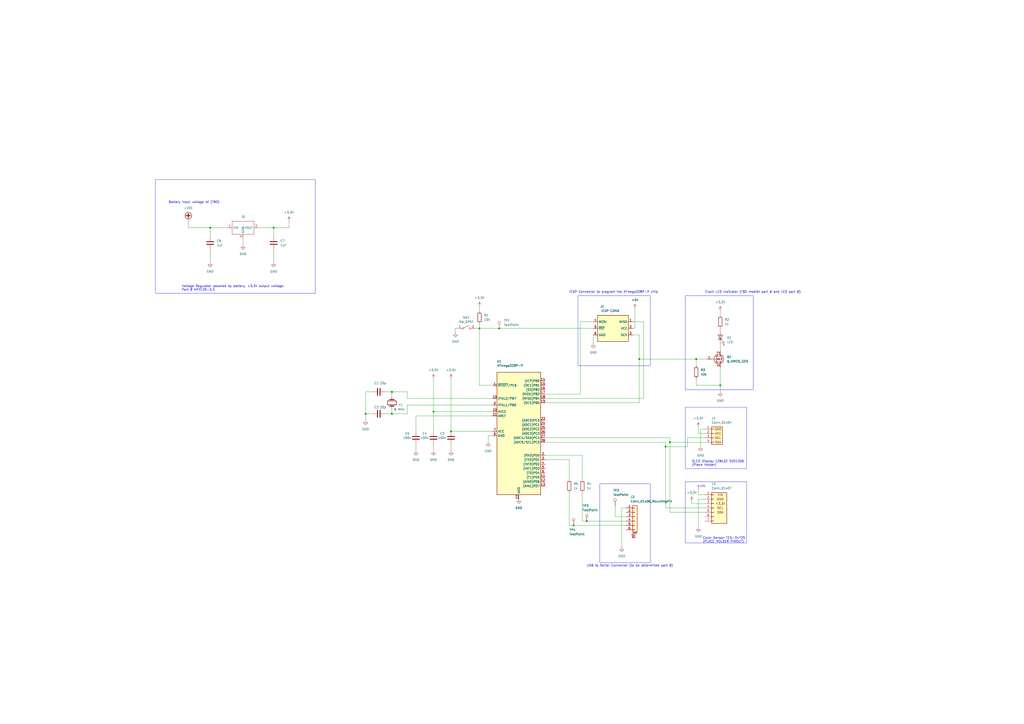
<source format=kicad_sch>
(kicad_sch (version 20230121) (generator eeschema)

  (uuid 3b213592-ad28-4b80-bc7a-214b9fe026d8)

  (paper "A2")

  (lib_symbols
    (symbol "Connector:Conn_PIC_ICSP_ICD" (in_bom yes) (on_board yes)
      (property "Reference" "J1" (at -3.81 12.7 0)
        (effects (font (size 1.27 1.27)) (justify right))
      )
      (property "Value" "ICSP CONN" (at 5.08 10.16 0)
        (effects (font (size 1.27 1.27)) (justify right))
      )
      (property "Footprint" "" (at 1.27 3.81 0)
        (effects (font (size 1.27 1.27)) hide)
      )
      (property "Datasheet" "http://ww1.microchip.com/downloads/en/devicedoc/30277d.pdf" (at -22.86 -5.08 90)
        (effects (font (size 1.27 1.27)) hide)
      )
      (property "ki_keywords" "icsp icd pic microchip" (at 0 0 0)
        (effects (font (size 1.27 1.27)) hide)
      )
      (property "ki_description" "Microchip PIC In-Circuit Serial Programming/Debugging (ICSP/ICD) connector" (at 0 0 0)
        (effects (font (size 1.27 1.27)) hide)
      )
      (property "ki_fp_filters" "PinHeader*1x06*P2.54mm* PinSocket*1x06*P2.54mm*" (at 0 0 0)
        (effects (font (size 1.27 1.27)) hide)
      )
      (symbol "Conn_PIC_ICSP_ICD_0_1"
        (rectangle (start -7.62 7.62) (end 10.16 -7.62)
          (stroke (width 0.254) (type default))
          (fill (type background))
        )
      )
      (symbol "Conn_PIC_ICSP_ICD_1_1"
        (pin bidirectional line (at 12.7 3.81 180) (length 2.54)
          (name "MISO" (effects (font (size 1.27 1.27))))
          (number "1" (effects (font (size 1.27 1.27))))
        )
        (pin output line (at 12.7 0 180) (length 2.54)
          (name "VCC" (effects (font (size 1.27 1.27))))
          (number "2" (effects (font (size 1.27 1.27))))
        )
        (pin output line (at 12.7 -3.81 180) (length 2.54)
          (name "SCK" (effects (font (size 1.27 1.27))))
          (number "3" (effects (font (size 1.27 1.27))))
        )
        (pin bidirectional line (at -10.16 3.81 0) (length 2.54)
          (name "MOSI" (effects (font (size 1.27 1.27))))
          (number "4" (effects (font (size 1.27 1.27))))
        )
        (pin output line (at -10.16 0 0) (length 2.54)
          (name "~{RST}" (effects (font (size 1.27 1.27))))
          (number "5" (effects (font (size 1.27 1.27))))
        )
        (pin output line (at -10.16 -3.81 0) (length 2.54)
          (name "GND" (effects (font (size 1.27 1.27))))
          (number "6" (effects (font (size 1.27 1.27))))
        )
      )
    )
    (symbol "Connector:TestPoint" (pin_numbers hide) (pin_names (offset 0.762) hide) (in_bom yes) (on_board yes)
      (property "Reference" "TP" (at 0 6.858 0)
        (effects (font (size 1.27 1.27)))
      )
      (property "Value" "TestPoint" (at 0 5.08 0)
        (effects (font (size 1.27 1.27)))
      )
      (property "Footprint" "" (at 5.08 0 0)
        (effects (font (size 1.27 1.27)) hide)
      )
      (property "Datasheet" "~" (at 5.08 0 0)
        (effects (font (size 1.27 1.27)) hide)
      )
      (property "ki_keywords" "test point tp" (at 0 0 0)
        (effects (font (size 1.27 1.27)) hide)
      )
      (property "ki_description" "test point" (at 0 0 0)
        (effects (font (size 1.27 1.27)) hide)
      )
      (property "ki_fp_filters" "Pin* Test*" (at 0 0 0)
        (effects (font (size 1.27 1.27)) hide)
      )
      (symbol "TestPoint_0_1"
        (circle (center 0 3.302) (radius 0.762)
          (stroke (width 0) (type default))
          (fill (type none))
        )
      )
      (symbol "TestPoint_1_1"
        (pin passive line (at 0 0 90) (length 2.54)
          (name "1" (effects (font (size 1.27 1.27))))
          (number "1" (effects (font (size 1.27 1.27))))
        )
      )
    )
    (symbol "Connector_Generic:Conn_01x04" (pin_names (offset 1.016) hide) (in_bom yes) (on_board yes)
      (property "Reference" "J4" (at -1.27 8.89 0)
        (effects (font (size 1.27 1.27)) (justify left))
      )
      (property "Value" "Conn_01x04" (at -1.27 6.35 0)
        (effects (font (size 1.27 1.27)) (justify left))
      )
      (property "Footprint" "" (at 0 0 0)
        (effects (font (size 1.27 1.27)) hide)
      )
      (property "Datasheet" "~" (at 0 0 0)
        (effects (font (size 1.27 1.27)) hide)
      )
      (property "ki_keywords" "connector" (at 0 0 0)
        (effects (font (size 1.27 1.27)) hide)
      )
      (property "ki_description" "Generic connector, single row, 01x04, script generated (kicad-library-utils/schlib/autogen/connector/)" (at 0 0 0)
        (effects (font (size 1.27 1.27)) hide)
      )
      (property "ki_fp_filters" "Connector*:*_1x??_*" (at 0 0 0)
        (effects (font (size 1.27 1.27)) hide)
      )
      (symbol "Conn_01x04_1_1"
        (rectangle (start -1.27 -4.953) (end 0 -5.207)
          (stroke (width 0.1524) (type default))
          (fill (type none))
        )
        (rectangle (start -1.27 -2.413) (end 0 -2.667)
          (stroke (width 0.1524) (type default))
          (fill (type none))
        )
        (rectangle (start -1.27 0.127) (end 0 -0.127)
          (stroke (width 0.1524) (type default))
          (fill (type none))
        )
        (rectangle (start -1.27 2.667) (end 0 2.413)
          (stroke (width 0.1524) (type default))
          (fill (type none))
        )
        (rectangle (start -1.27 3.81) (end 5.08 -6.35)
          (stroke (width 0.254) (type default))
          (fill (type background))
        )
        (text "GND" (at 2.54 2.54 0)
          (effects (font (size 1.27 1.27)))
        )
        (text "SCL\n" (at 2.54 -2.54 0)
          (effects (font (size 1.27 1.27)))
        )
        (text "SDA" (at 2.54 -5.08 0)
          (effects (font (size 1.27 1.27)))
        )
        (text "VCC" (at 2.54 0 0)
          (effects (font (size 1.27 1.27)))
        )
        (pin passive line (at -5.08 2.54 0) (length 3.81)
          (name "Pin_1" (effects (font (size 1.27 1.27))))
          (number "1" (effects (font (size 1.27 1.27))))
        )
        (pin passive line (at -5.08 0 0) (length 3.81)
          (name "Pin_2" (effects (font (size 1.27 1.27))))
          (number "2" (effects (font (size 1.27 1.27))))
        )
        (pin passive line (at -5.08 -2.54 0) (length 3.81)
          (name "Pin_3" (effects (font (size 1.27 1.27))))
          (number "3" (effects (font (size 1.27 1.27))))
        )
        (pin passive line (at -5.08 -5.08 0) (length 3.81)
          (name "Pin_4" (effects (font (size 1.27 1.27))))
          (number "4" (effects (font (size 1.27 1.27))))
        )
      )
    )
    (symbol "Connector_Generic:Conn_01x07" (pin_names (offset 1.016) hide) (in_bom yes) (on_board yes)
      (property "Reference" "J3" (at -1.27 13.97 0)
        (effects (font (size 1.27 1.27)) (justify left))
      )
      (property "Value" "Conn_01x07" (at -1.27 11.43 0)
        (effects (font (size 1.27 1.27)) (justify left))
      )
      (property "Footprint" "" (at 0 0 0)
        (effects (font (size 1.27 1.27)) hide)
      )
      (property "Datasheet" "~" (at 0 0 0)
        (effects (font (size 1.27 1.27)) hide)
      )
      (property "ki_keywords" "connector" (at 0 0 0)
        (effects (font (size 1.27 1.27)) hide)
      )
      (property "ki_description" "Generic connector, single row, 01x07, script generated (kicad-library-utils/schlib/autogen/connector/)" (at 0 0 0)
        (effects (font (size 1.27 1.27)) hide)
      )
      (property "ki_fp_filters" "Connector*:*_1x??_*" (at 0 0 0)
        (effects (font (size 1.27 1.27)) hide)
      )
      (symbol "Conn_01x07_1_1"
        (rectangle (start -1.27 -7.493) (end 0 -7.747)
          (stroke (width 0.1524) (type default))
          (fill (type none))
        )
        (rectangle (start -1.27 -4.953) (end 0 -5.207)
          (stroke (width 0.1524) (type default))
          (fill (type none))
        )
        (rectangle (start -1.27 -2.413) (end 0 -2.667)
          (stroke (width 0.1524) (type default))
          (fill (type none))
        )
        (rectangle (start -1.27 0.127) (end 0 -0.127)
          (stroke (width 0.1524) (type default))
          (fill (type none))
        )
        (rectangle (start -1.27 2.667) (end 0 2.413)
          (stroke (width 0.1524) (type default))
          (fill (type none))
        )
        (rectangle (start -1.27 5.207) (end 0 4.953)
          (stroke (width 0.1524) (type default))
          (fill (type none))
        )
        (rectangle (start -1.27 7.747) (end 0 7.493)
          (stroke (width 0.1524) (type default))
          (fill (type none))
        )
        (rectangle (start -1.27 8.89) (end 7.62 -8.89)
          (stroke (width 0.254) (type default))
          (fill (type background))
        )
        (text "+3.3V\n" (at 3.81 2.54 0)
          (effects (font (size 1.27 1.27)))
        )
        (text "GND" (at 3.81 5.08 0)
          (effects (font (size 1.27 1.27)))
        )
        (text "SCL" (at 3.81 0 0)
          (effects (font (size 1.27 1.27)))
        )
        (text "SDA" (at 3.81 -2.54 0)
          (effects (font (size 1.27 1.27)))
        )
        (text "VIN\n" (at 3.81 7.62 0)
          (effects (font (size 1.27 1.27)))
        )
        (pin input line (at -5.08 7.62 0) (length 3.81)
          (name "VIN" (effects (font (size 1.27 1.27))))
          (number "1" (effects (font (size 1.27 1.27))))
        )
        (pin bidirectional line (at -5.08 5.08 0) (length 3.81)
          (name "Pin_2" (effects (font (size 1.27 1.27))))
          (number "2" (effects (font (size 1.27 1.27))))
        )
        (pin input line (at -5.08 2.54 0) (length 3.81)
          (name "Pin_3" (effects (font (size 1.27 1.27))))
          (number "3" (effects (font (size 1.27 1.27))))
        )
        (pin bidirectional line (at -5.08 0 0) (length 3.81)
          (name "Pin_4" (effects (font (size 1.27 1.27))))
          (number "4" (effects (font (size 1.27 1.27))))
        )
        (pin bidirectional line (at -5.08 -2.54 0) (length 3.81)
          (name "Pin_5" (effects (font (size 1.27 1.27))))
          (number "5" (effects (font (size 1.27 1.27))))
        )
        (pin passive line (at -5.08 -5.08 0) (length 3.81)
          (name "Pin_6" (effects (font (size 1.27 1.27))))
          (number "6" (effects (font (size 1.27 1.27))))
        )
        (pin passive line (at -5.08 -7.62 0) (length 3.81)
          (name "Pin_7" (effects (font (size 1.27 1.27))))
          (number "7" (effects (font (size 1.27 1.27))))
        )
      )
    )
    (symbol "Connector_Generic_MountingPin:Conn_01x06_MountingPin" (pin_names (offset 1.016) hide) (in_bom yes) (on_board yes)
      (property "Reference" "J" (at 0 7.62 0)
        (effects (font (size 1.27 1.27)))
      )
      (property "Value" "Conn_01x06_MountingPin" (at 1.27 -10.16 0)
        (effects (font (size 1.27 1.27)) (justify left))
      )
      (property "Footprint" "" (at 0 0 0)
        (effects (font (size 1.27 1.27)) hide)
      )
      (property "Datasheet" "~" (at 0 0 0)
        (effects (font (size 1.27 1.27)) hide)
      )
      (property "ki_keywords" "connector" (at 0 0 0)
        (effects (font (size 1.27 1.27)) hide)
      )
      (property "ki_description" "Generic connectable mounting pin connector, single row, 01x06, script generated (kicad-library-utils/schlib/autogen/connector/)" (at 0 0 0)
        (effects (font (size 1.27 1.27)) hide)
      )
      (property "ki_fp_filters" "Connector*:*_1x??-1MP*" (at 0 0 0)
        (effects (font (size 1.27 1.27)) hide)
      )
      (symbol "Conn_01x06_MountingPin_1_1"
        (rectangle (start -1.27 -7.493) (end 0 -7.747)
          (stroke (width 0.1524) (type default))
          (fill (type none))
        )
        (rectangle (start -1.27 -4.953) (end 0 -5.207)
          (stroke (width 0.1524) (type default))
          (fill (type none))
        )
        (rectangle (start -1.27 -2.413) (end 0 -2.667)
          (stroke (width 0.1524) (type default))
          (fill (type none))
        )
        (rectangle (start -1.27 0.127) (end 0 -0.127)
          (stroke (width 0.1524) (type default))
          (fill (type none))
        )
        (rectangle (start -1.27 2.667) (end 0 2.413)
          (stroke (width 0.1524) (type default))
          (fill (type none))
        )
        (rectangle (start -1.27 5.207) (end 0 4.953)
          (stroke (width 0.1524) (type default))
          (fill (type none))
        )
        (rectangle (start -1.27 6.35) (end 1.27 -8.89)
          (stroke (width 0.254) (type default))
          (fill (type background))
        )
        (polyline
          (pts
            (xy -1.016 -9.652)
            (xy 1.016 -9.652)
          )
          (stroke (width 0.1524) (type default))
          (fill (type none))
        )
        (text "Mounting" (at 0 -9.271 0)
          (effects (font (size 0.381 0.381)))
        )
        (pin passive line (at -5.08 5.08 0) (length 3.81)
          (name "Pin_1" (effects (font (size 1.27 1.27))))
          (number "1" (effects (font (size 1.27 1.27))))
        )
        (pin passive line (at -5.08 2.54 0) (length 3.81)
          (name "Pin_2" (effects (font (size 1.27 1.27))))
          (number "2" (effects (font (size 1.27 1.27))))
        )
        (pin passive line (at -5.08 0 0) (length 3.81)
          (name "Pin_3" (effects (font (size 1.27 1.27))))
          (number "3" (effects (font (size 1.27 1.27))))
        )
        (pin passive line (at -5.08 -2.54 0) (length 3.81)
          (name "Pin_4" (effects (font (size 1.27 1.27))))
          (number "4" (effects (font (size 1.27 1.27))))
        )
        (pin passive line (at -5.08 -5.08 0) (length 3.81)
          (name "Pin_5" (effects (font (size 1.27 1.27))))
          (number "5" (effects (font (size 1.27 1.27))))
        )
        (pin passive line (at -5.08 -7.62 0) (length 3.81)
          (name "Pin_6" (effects (font (size 1.27 1.27))))
          (number "6" (effects (font (size 1.27 1.27))))
        )
        (pin passive line (at 0 -12.7 90) (length 3.048)
          (name "MountPin" (effects (font (size 1.27 1.27))))
          (number "MP" (effects (font (size 1.27 1.27))))
        )
      )
    )
    (symbol "Device:C" (pin_numbers hide) (pin_names (offset 0.254)) (in_bom yes) (on_board yes)
      (property "Reference" "C" (at 0.635 2.54 0)
        (effects (font (size 1.27 1.27)) (justify left))
      )
      (property "Value" "C" (at 0.635 -2.54 0)
        (effects (font (size 1.27 1.27)) (justify left))
      )
      (property "Footprint" "" (at 0.9652 -3.81 0)
        (effects (font (size 1.27 1.27)) hide)
      )
      (property "Datasheet" "~" (at 0 0 0)
        (effects (font (size 1.27 1.27)) hide)
      )
      (property "ki_keywords" "cap capacitor" (at 0 0 0)
        (effects (font (size 1.27 1.27)) hide)
      )
      (property "ki_description" "Unpolarized capacitor" (at 0 0 0)
        (effects (font (size 1.27 1.27)) hide)
      )
      (property "ki_fp_filters" "C_*" (at 0 0 0)
        (effects (font (size 1.27 1.27)) hide)
      )
      (symbol "C_0_1"
        (polyline
          (pts
            (xy -2.032 -0.762)
            (xy 2.032 -0.762)
          )
          (stroke (width 0.508) (type default))
          (fill (type none))
        )
        (polyline
          (pts
            (xy -2.032 0.762)
            (xy 2.032 0.762)
          )
          (stroke (width 0.508) (type default))
          (fill (type none))
        )
      )
      (symbol "C_1_1"
        (pin passive line (at 0 3.81 270) (length 2.794)
          (name "~" (effects (font (size 1.27 1.27))))
          (number "1" (effects (font (size 1.27 1.27))))
        )
        (pin passive line (at 0 -3.81 90) (length 2.794)
          (name "~" (effects (font (size 1.27 1.27))))
          (number "2" (effects (font (size 1.27 1.27))))
        )
      )
    )
    (symbol "Device:Crystal" (pin_numbers hide) (pin_names (offset 1.016) hide) (in_bom yes) (on_board yes)
      (property "Reference" "Y" (at 0 3.81 0)
        (effects (font (size 1.27 1.27)))
      )
      (property "Value" "Crystal" (at 0 -3.81 0)
        (effects (font (size 1.27 1.27)))
      )
      (property "Footprint" "" (at 0 0 0)
        (effects (font (size 1.27 1.27)) hide)
      )
      (property "Datasheet" "~" (at 0 0 0)
        (effects (font (size 1.27 1.27)) hide)
      )
      (property "ki_keywords" "quartz ceramic resonator oscillator" (at 0 0 0)
        (effects (font (size 1.27 1.27)) hide)
      )
      (property "ki_description" "Two pin crystal" (at 0 0 0)
        (effects (font (size 1.27 1.27)) hide)
      )
      (property "ki_fp_filters" "Crystal*" (at 0 0 0)
        (effects (font (size 1.27 1.27)) hide)
      )
      (symbol "Crystal_0_1"
        (rectangle (start -1.143 2.54) (end 1.143 -2.54)
          (stroke (width 0.3048) (type default))
          (fill (type none))
        )
        (polyline
          (pts
            (xy -2.54 0)
            (xy -1.905 0)
          )
          (stroke (width 0) (type default))
          (fill (type none))
        )
        (polyline
          (pts
            (xy -1.905 -1.27)
            (xy -1.905 1.27)
          )
          (stroke (width 0.508) (type default))
          (fill (type none))
        )
        (polyline
          (pts
            (xy 1.905 -1.27)
            (xy 1.905 1.27)
          )
          (stroke (width 0.508) (type default))
          (fill (type none))
        )
        (polyline
          (pts
            (xy 2.54 0)
            (xy 1.905 0)
          )
          (stroke (width 0) (type default))
          (fill (type none))
        )
      )
      (symbol "Crystal_1_1"
        (pin passive line (at -3.81 0 0) (length 1.27)
          (name "1" (effects (font (size 1.27 1.27))))
          (number "1" (effects (font (size 1.27 1.27))))
        )
        (pin passive line (at 3.81 0 180) (length 1.27)
          (name "2" (effects (font (size 1.27 1.27))))
          (number "2" (effects (font (size 1.27 1.27))))
        )
      )
    )
    (symbol "Device:LED" (pin_numbers hide) (pin_names (offset 1.016) hide) (in_bom yes) (on_board yes)
      (property "Reference" "D" (at 0 2.54 0)
        (effects (font (size 1.27 1.27)))
      )
      (property "Value" "LED" (at 0 -2.54 0)
        (effects (font (size 1.27 1.27)))
      )
      (property "Footprint" "" (at 0 0 0)
        (effects (font (size 1.27 1.27)) hide)
      )
      (property "Datasheet" "~" (at 0 0 0)
        (effects (font (size 1.27 1.27)) hide)
      )
      (property "ki_keywords" "LED diode" (at 0 0 0)
        (effects (font (size 1.27 1.27)) hide)
      )
      (property "ki_description" "Light emitting diode" (at 0 0 0)
        (effects (font (size 1.27 1.27)) hide)
      )
      (property "ki_fp_filters" "LED* LED_SMD:* LED_THT:*" (at 0 0 0)
        (effects (font (size 1.27 1.27)) hide)
      )
      (symbol "LED_0_1"
        (polyline
          (pts
            (xy -1.27 -1.27)
            (xy -1.27 1.27)
          )
          (stroke (width 0.254) (type default))
          (fill (type none))
        )
        (polyline
          (pts
            (xy -1.27 0)
            (xy 1.27 0)
          )
          (stroke (width 0) (type default))
          (fill (type none))
        )
        (polyline
          (pts
            (xy 1.27 -1.27)
            (xy 1.27 1.27)
            (xy -1.27 0)
            (xy 1.27 -1.27)
          )
          (stroke (width 0.254) (type default))
          (fill (type none))
        )
        (polyline
          (pts
            (xy -3.048 -0.762)
            (xy -4.572 -2.286)
            (xy -3.81 -2.286)
            (xy -4.572 -2.286)
            (xy -4.572 -1.524)
          )
          (stroke (width 0) (type default))
          (fill (type none))
        )
        (polyline
          (pts
            (xy -1.778 -0.762)
            (xy -3.302 -2.286)
            (xy -2.54 -2.286)
            (xy -3.302 -2.286)
            (xy -3.302 -1.524)
          )
          (stroke (width 0) (type default))
          (fill (type none))
        )
      )
      (symbol "LED_1_1"
        (pin passive line (at -3.81 0 0) (length 2.54)
          (name "K" (effects (font (size 1.27 1.27))))
          (number "1" (effects (font (size 1.27 1.27))))
        )
        (pin passive line (at 3.81 0 180) (length 2.54)
          (name "A" (effects (font (size 1.27 1.27))))
          (number "2" (effects (font (size 1.27 1.27))))
        )
      )
    )
    (symbol "Device:Q_NMOS_GDS" (pin_names (offset 0) hide) (in_bom yes) (on_board yes)
      (property "Reference" "Q" (at 5.08 1.27 0)
        (effects (font (size 1.27 1.27)) (justify left))
      )
      (property "Value" "Q_NMOS_GDS" (at 5.08 -1.27 0)
        (effects (font (size 1.27 1.27)) (justify left))
      )
      (property "Footprint" "" (at 5.08 2.54 0)
        (effects (font (size 1.27 1.27)) hide)
      )
      (property "Datasheet" "~" (at 0 0 0)
        (effects (font (size 1.27 1.27)) hide)
      )
      (property "ki_keywords" "transistor NMOS N-MOS N-MOSFET" (at 0 0 0)
        (effects (font (size 1.27 1.27)) hide)
      )
      (property "ki_description" "N-MOSFET transistor, gate/drain/source" (at 0 0 0)
        (effects (font (size 1.27 1.27)) hide)
      )
      (symbol "Q_NMOS_GDS_0_1"
        (polyline
          (pts
            (xy 0.254 0)
            (xy -2.54 0)
          )
          (stroke (width 0) (type default))
          (fill (type none))
        )
        (polyline
          (pts
            (xy 0.254 1.905)
            (xy 0.254 -1.905)
          )
          (stroke (width 0.254) (type default))
          (fill (type none))
        )
        (polyline
          (pts
            (xy 0.762 -1.27)
            (xy 0.762 -2.286)
          )
          (stroke (width 0.254) (type default))
          (fill (type none))
        )
        (polyline
          (pts
            (xy 0.762 0.508)
            (xy 0.762 -0.508)
          )
          (stroke (width 0.254) (type default))
          (fill (type none))
        )
        (polyline
          (pts
            (xy 0.762 2.286)
            (xy 0.762 1.27)
          )
          (stroke (width 0.254) (type default))
          (fill (type none))
        )
        (polyline
          (pts
            (xy 2.54 2.54)
            (xy 2.54 1.778)
          )
          (stroke (width 0) (type default))
          (fill (type none))
        )
        (polyline
          (pts
            (xy 2.54 -2.54)
            (xy 2.54 0)
            (xy 0.762 0)
          )
          (stroke (width 0) (type default))
          (fill (type none))
        )
        (polyline
          (pts
            (xy 0.762 -1.778)
            (xy 3.302 -1.778)
            (xy 3.302 1.778)
            (xy 0.762 1.778)
          )
          (stroke (width 0) (type default))
          (fill (type none))
        )
        (polyline
          (pts
            (xy 1.016 0)
            (xy 2.032 0.381)
            (xy 2.032 -0.381)
            (xy 1.016 0)
          )
          (stroke (width 0) (type default))
          (fill (type outline))
        )
        (polyline
          (pts
            (xy 2.794 0.508)
            (xy 2.921 0.381)
            (xy 3.683 0.381)
            (xy 3.81 0.254)
          )
          (stroke (width 0) (type default))
          (fill (type none))
        )
        (polyline
          (pts
            (xy 3.302 0.381)
            (xy 2.921 -0.254)
            (xy 3.683 -0.254)
            (xy 3.302 0.381)
          )
          (stroke (width 0) (type default))
          (fill (type none))
        )
        (circle (center 1.651 0) (radius 2.794)
          (stroke (width 0.254) (type default))
          (fill (type none))
        )
        (circle (center 2.54 -1.778) (radius 0.254)
          (stroke (width 0) (type default))
          (fill (type outline))
        )
        (circle (center 2.54 1.778) (radius 0.254)
          (stroke (width 0) (type default))
          (fill (type outline))
        )
      )
      (symbol "Q_NMOS_GDS_1_1"
        (pin input line (at -5.08 0 0) (length 2.54)
          (name "G" (effects (font (size 1.27 1.27))))
          (number "1" (effects (font (size 1.27 1.27))))
        )
        (pin passive line (at 2.54 5.08 270) (length 2.54)
          (name "D" (effects (font (size 1.27 1.27))))
          (number "2" (effects (font (size 1.27 1.27))))
        )
        (pin passive line (at 2.54 -5.08 90) (length 2.54)
          (name "S" (effects (font (size 1.27 1.27))))
          (number "3" (effects (font (size 1.27 1.27))))
        )
      )
    )
    (symbol "Device:R" (pin_numbers hide) (pin_names (offset 0)) (in_bom yes) (on_board yes)
      (property "Reference" "R" (at 2.032 0 90)
        (effects (font (size 1.27 1.27)))
      )
      (property "Value" "R" (at 0 0 90)
        (effects (font (size 1.27 1.27)))
      )
      (property "Footprint" "" (at -1.778 0 90)
        (effects (font (size 1.27 1.27)) hide)
      )
      (property "Datasheet" "~" (at 0 0 0)
        (effects (font (size 1.27 1.27)) hide)
      )
      (property "ki_keywords" "R res resistor" (at 0 0 0)
        (effects (font (size 1.27 1.27)) hide)
      )
      (property "ki_description" "Resistor" (at 0 0 0)
        (effects (font (size 1.27 1.27)) hide)
      )
      (property "ki_fp_filters" "R_*" (at 0 0 0)
        (effects (font (size 1.27 1.27)) hide)
      )
      (symbol "R_0_1"
        (rectangle (start -1.016 -2.54) (end 1.016 2.54)
          (stroke (width 0.254) (type default))
          (fill (type none))
        )
      )
      (symbol "R_1_1"
        (pin passive line (at 0 3.81 270) (length 1.27)
          (name "~" (effects (font (size 1.27 1.27))))
          (number "1" (effects (font (size 1.27 1.27))))
        )
        (pin passive line (at 0 -3.81 90) (length 1.27)
          (name "~" (effects (font (size 1.27 1.27))))
          (number "2" (effects (font (size 1.27 1.27))))
        )
      )
    )
    (symbol "MCU_Microchip_ATmega:ATmega328P-P" (in_bom yes) (on_board yes)
      (property "Reference" "U1" (at -19.05 41.91 0)
        (effects (font (size 1.27 1.27)))
      )
      (property "Value" "ATmega328P-P" (at -20.32 39.37 0)
        (effects (font (size 1.27 1.27)))
      )
      (property "Footprint" "Package_DIP:DIP-28_W7.62mm" (at -35.56 -5.08 0)
        (effects (font (size 1.27 1.27) italic) hide)
      )
      (property "Datasheet" "http://ww1.microchip.com/downloads/en/DeviceDoc/ATmega328_P%20AVR%20MCU%20with%20picoPower%20Technology%20Data%20Sheet%2040001984A.pdf" (at -5.08 -50.8 0)
        (effects (font (size 1.27 1.27)) hide)
      )
      (property "ki_keywords" "AVR 8bit Microcontroller MegaAVR PicoPower" (at 0 0 0)
        (effects (font (size 1.27 1.27)) hide)
      )
      (property "ki_description" "20MHz, 32kB Flash, 2kB SRAM, 1kB EEPROM, DIP-28" (at 0 0 0)
        (effects (font (size 1.27 1.27)) hide)
      )
      (property "ki_fp_filters" "DIP*W7.62mm*" (at 0 0 0)
        (effects (font (size 1.27 1.27)) hide)
      )
      (symbol "ATmega328P-P_0_1"
        (rectangle (start -12.7 35.56) (end 12.7 -35.56)
          (stroke (width 0.254) (type default))
          (fill (type background))
        )
      )
      (symbol "ATmega328P-P_1_1"
        (pin bidirectional inverted (at -15.24 27.94 0) (length 2.54)
          (name "~{RESET}/PC6" (effects (font (size 1.27 1.27))))
          (number "1" (effects (font (size 1.27 1.27))))
        )
        (pin bidirectional line (at -15.24 20.32 0) (length 2.54)
          (name "XTAL2/PB7" (effects (font (size 1.27 1.27))))
          (number "10" (effects (font (size 1.27 1.27))))
        )
        (pin bidirectional line (at 15.24 -25.4 180) (length 2.54)
          (name "(T1)PD5" (effects (font (size 1.27 1.27))))
          (number "11" (effects (font (size 1.27 1.27))))
        )
        (pin bidirectional line (at 15.24 -27.94 180) (length 2.54)
          (name "(AIN0)PD6" (effects (font (size 1.27 1.27))))
          (number "12" (effects (font (size 1.27 1.27))))
        )
        (pin bidirectional line (at 15.24 -30.48 180) (length 2.54)
          (name "(AIN1)PD7" (effects (font (size 1.27 1.27))))
          (number "13" (effects (font (size 1.27 1.27))))
        )
        (pin bidirectional line (at 15.24 30.48 180) (length 2.54)
          (name "(ICP)PB0" (effects (font (size 1.27 1.27))))
          (number "14" (effects (font (size 1.27 1.27))))
        )
        (pin bidirectional line (at 15.24 27.94 180) (length 2.54)
          (name "(OC1)PB1" (effects (font (size 1.27 1.27))))
          (number "15" (effects (font (size 1.27 1.27))))
        )
        (pin bidirectional line (at 15.24 25.4 180) (length 2.54)
          (name "(SS)PB2" (effects (font (size 1.27 1.27))))
          (number "16" (effects (font (size 1.27 1.27))))
        )
        (pin bidirectional line (at 15.24 22.86 180) (length 2.54)
          (name "(MOSI)PB3" (effects (font (size 1.27 1.27))))
          (number "17" (effects (font (size 1.27 1.27))))
        )
        (pin bidirectional line (at 15.24 20.32 180) (length 2.54)
          (name "(MISO)PB4" (effects (font (size 1.27 1.27))))
          (number "18" (effects (font (size 1.27 1.27))))
        )
        (pin bidirectional line (at 15.24 17.78 180) (length 2.54)
          (name "(SCK)PB5" (effects (font (size 1.27 1.27))))
          (number "19" (effects (font (size 1.27 1.27))))
        )
        (pin bidirectional line (at 15.24 -12.7 180) (length 2.54)
          (name "(RXD)PD0" (effects (font (size 1.27 1.27))))
          (number "2" (effects (font (size 1.27 1.27))))
        )
        (pin power_in line (at -15.24 12.7 0) (length 2.54)
          (name "AVCC" (effects (font (size 1.27 1.27))))
          (number "20" (effects (font (size 1.27 1.27))))
        )
        (pin passive line (at -15.24 10.16 0) (length 2.54)
          (name "AREF" (effects (font (size 1.27 1.27))))
          (number "21" (effects (font (size 1.27 1.27))))
        )
        (pin passive line (at 0 -38.1 90) (length 2.54)
          (name "GND" (effects (font (size 1.27 1.27))))
          (number "22" (effects (font (size 1.27 1.27))))
        )
        (pin bidirectional line (at 15.24 7.62 180) (length 2.54)
          (name "(ADC0)PC0" (effects (font (size 1.27 1.27))))
          (number "23" (effects (font (size 1.27 1.27))))
        )
        (pin bidirectional line (at 15.24 5.08 180) (length 2.54)
          (name "(ADC1)PC1" (effects (font (size 1.27 1.27))))
          (number "24" (effects (font (size 1.27 1.27))))
        )
        (pin bidirectional line (at 15.24 2.54 180) (length 2.54)
          (name "(ADC2)PC2" (effects (font (size 1.27 1.27))))
          (number "25" (effects (font (size 1.27 1.27))))
        )
        (pin bidirectional line (at 15.24 0 180) (length 2.54)
          (name "(ADC3)PC3" (effects (font (size 1.27 1.27))))
          (number "26" (effects (font (size 1.27 1.27))))
        )
        (pin bidirectional line (at 15.24 -2.54 180) (length 2.54)
          (name "(ADC4/SDA)PC4" (effects (font (size 1.27 1.27))))
          (number "27" (effects (font (size 1.27 1.27))))
        )
        (pin bidirectional line (at 15.24 -5.08 180) (length 2.54)
          (name "(ADC5/SCL)PC5" (effects (font (size 1.27 1.27))))
          (number "28" (effects (font (size 1.27 1.27))))
        )
        (pin bidirectional line (at 15.24 -15.24 180) (length 2.54)
          (name "(TXD)PD1" (effects (font (size 1.27 1.27))))
          (number "3" (effects (font (size 1.27 1.27))))
        )
        (pin bidirectional line (at 15.24 -17.78 180) (length 2.54)
          (name "(INT0)PD2" (effects (font (size 1.27 1.27))))
          (number "4" (effects (font (size 1.27 1.27))))
        )
        (pin bidirectional line (at 15.24 -20.32 180) (length 2.54)
          (name "(INT1)PD3" (effects (font (size 1.27 1.27))))
          (number "5" (effects (font (size 1.27 1.27))))
        )
        (pin bidirectional line (at 15.24 -22.86 180) (length 2.54)
          (name "(T0)PD4" (effects (font (size 1.27 1.27))))
          (number "6" (effects (font (size 1.27 1.27))))
        )
        (pin power_in line (at -15.24 1.27 0) (length 2.54)
          (name "VCC" (effects (font (size 1.27 1.27))))
          (number "7" (effects (font (size 1.27 1.27))))
        )
        (pin power_in line (at -15.24 -1.27 0) (length 2.54)
          (name "GND" (effects (font (size 1.27 1.27))))
          (number "8" (effects (font (size 1.27 1.27))))
        )
        (pin bidirectional line (at -15.24 16.51 0) (length 2.54)
          (name "XTAL1/PB6" (effects (font (size 1.27 1.27))))
          (number "9" (effects (font (size 1.27 1.27))))
        )
      )
    )
    (symbol "Regulator_Linear:AP2120-3.3" (in_bom yes) (on_board yes)
      (property "Reference" "J" (at 0 8.89 0)
        (effects (font (size 1.27 1.27)))
      )
      (property "Value" "" (at 0 0 0)
        (effects (font (size 1.27 1.27)))
      )
      (property "Footprint" "" (at 0 0 0)
        (effects (font (size 1.27 1.27)) hide)
      )
      (property "Datasheet" "" (at 0 0 0)
        (effects (font (size 1.27 1.27)) hide)
      )
      (symbol "AP2120-3.3_0_1"
        (rectangle (start -6.35 3.81) (end 6.35 -3.81)
          (stroke (width 0) (type default))
          (fill (type none))
        )
      )
      (symbol "AP2120-3.3_1_1"
        (pin input line (at -8.89 0 0) (length 2.54)
          (name "VIN" (effects (font (size 1.27 1.27))))
          (number "1" (effects (font (size 1.27 1.27))))
        )
        (pin input line (at 8.89 0 180) (length 2.54)
          (name "VOUT" (effects (font (size 1.27 1.27))))
          (number "2" (effects (font (size 1.27 1.27))))
        )
        (pin input line (at 0 -6.35 90) (length 2.54)
          (name "GND" (effects (font (size 1.27 1.27))))
          (number "3" (effects (font (size 1.27 1.27))))
        )
      )
    )
    (symbol "Switch:SW_SPST" (pin_names (offset 0) hide) (in_bom yes) (on_board yes)
      (property "Reference" "SW" (at 0 3.175 0)
        (effects (font (size 1.27 1.27)))
      )
      (property "Value" "SW_SPST" (at 0 -2.54 0)
        (effects (font (size 1.27 1.27)))
      )
      (property "Footprint" "" (at 0 0 0)
        (effects (font (size 1.27 1.27)) hide)
      )
      (property "Datasheet" "~" (at 0 0 0)
        (effects (font (size 1.27 1.27)) hide)
      )
      (property "ki_keywords" "switch lever" (at 0 0 0)
        (effects (font (size 1.27 1.27)) hide)
      )
      (property "ki_description" "Single Pole Single Throw (SPST) switch" (at 0 0 0)
        (effects (font (size 1.27 1.27)) hide)
      )
      (symbol "SW_SPST_0_0"
        (circle (center -2.032 0) (radius 0.508)
          (stroke (width 0) (type default))
          (fill (type none))
        )
        (polyline
          (pts
            (xy -1.524 0.254)
            (xy 1.524 1.778)
          )
          (stroke (width 0) (type default))
          (fill (type none))
        )
        (circle (center 2.032 0) (radius 0.508)
          (stroke (width 0) (type default))
          (fill (type none))
        )
      )
      (symbol "SW_SPST_1_1"
        (pin passive line (at -5.08 0 0) (length 2.54)
          (name "A" (effects (font (size 1.27 1.27))))
          (number "1" (effects (font (size 1.27 1.27))))
        )
        (pin passive line (at 5.08 0 180) (length 2.54)
          (name "B" (effects (font (size 1.27 1.27))))
          (number "2" (effects (font (size 1.27 1.27))))
        )
      )
    )
    (symbol "power:+3.3V" (power) (pin_names (offset 0)) (in_bom yes) (on_board yes)
      (property "Reference" "#PWR" (at 0 -3.81 0)
        (effects (font (size 1.27 1.27)) hide)
      )
      (property "Value" "+3.3V" (at 0 3.556 0)
        (effects (font (size 1.27 1.27)))
      )
      (property "Footprint" "" (at 0 0 0)
        (effects (font (size 1.27 1.27)) hide)
      )
      (property "Datasheet" "" (at 0 0 0)
        (effects (font (size 1.27 1.27)) hide)
      )
      (property "ki_keywords" "global power" (at 0 0 0)
        (effects (font (size 1.27 1.27)) hide)
      )
      (property "ki_description" "Power symbol creates a global label with name \"+3.3V\"" (at 0 0 0)
        (effects (font (size 1.27 1.27)) hide)
      )
      (symbol "+3.3V_0_1"
        (polyline
          (pts
            (xy -0.762 1.27)
            (xy 0 2.54)
          )
          (stroke (width 0) (type default))
          (fill (type none))
        )
        (polyline
          (pts
            (xy 0 0)
            (xy 0 2.54)
          )
          (stroke (width 0) (type default))
          (fill (type none))
        )
        (polyline
          (pts
            (xy 0 2.54)
            (xy 0.762 1.27)
          )
          (stroke (width 0) (type default))
          (fill (type none))
        )
      )
      (symbol "+3.3V_1_1"
        (pin power_in line (at 0 0 90) (length 0) hide
          (name "+3.3V" (effects (font (size 1.27 1.27))))
          (number "1" (effects (font (size 1.27 1.27))))
        )
      )
    )
    (symbol "power:+5V" (power) (pin_names (offset 0)) (in_bom yes) (on_board yes)
      (property "Reference" "#PWR" (at 0 -3.81 0)
        (effects (font (size 1.27 1.27)) hide)
      )
      (property "Value" "+5V" (at 0 3.556 0)
        (effects (font (size 1.27 1.27)))
      )
      (property "Footprint" "" (at 0 0 0)
        (effects (font (size 1.27 1.27)) hide)
      )
      (property "Datasheet" "" (at 0 0 0)
        (effects (font (size 1.27 1.27)) hide)
      )
      (property "ki_keywords" "global power" (at 0 0 0)
        (effects (font (size 1.27 1.27)) hide)
      )
      (property "ki_description" "Power symbol creates a global label with name \"+5V\"" (at 0 0 0)
        (effects (font (size 1.27 1.27)) hide)
      )
      (symbol "+5V_0_1"
        (polyline
          (pts
            (xy -0.762 1.27)
            (xy 0 2.54)
          )
          (stroke (width 0) (type default))
          (fill (type none))
        )
        (polyline
          (pts
            (xy 0 0)
            (xy 0 2.54)
          )
          (stroke (width 0) (type default))
          (fill (type none))
        )
        (polyline
          (pts
            (xy 0 2.54)
            (xy 0.762 1.27)
          )
          (stroke (width 0) (type default))
          (fill (type none))
        )
      )
      (symbol "+5V_1_1"
        (pin power_in line (at 0 0 90) (length 0) hide
          (name "+5V" (effects (font (size 1.27 1.27))))
          (number "1" (effects (font (size 1.27 1.27))))
        )
      )
    )
    (symbol "power:+VDC" (power) (pin_names (offset 0)) (in_bom yes) (on_board yes)
      (property "Reference" "#PWR" (at 0 -2.54 0)
        (effects (font (size 1.27 1.27)) hide)
      )
      (property "Value" "+VDC" (at 0 6.35 0)
        (effects (font (size 1.27 1.27)))
      )
      (property "Footprint" "" (at 0 0 0)
        (effects (font (size 1.27 1.27)) hide)
      )
      (property "Datasheet" "" (at 0 0 0)
        (effects (font (size 1.27 1.27)) hide)
      )
      (property "ki_keywords" "global power" (at 0 0 0)
        (effects (font (size 1.27 1.27)) hide)
      )
      (property "ki_description" "Power symbol creates a global label with name \"+VDC\"" (at 0 0 0)
        (effects (font (size 1.27 1.27)) hide)
      )
      (symbol "+VDC_0_1"
        (polyline
          (pts
            (xy -1.143 3.175)
            (xy 1.143 3.175)
          )
          (stroke (width 0.508) (type default))
          (fill (type none))
        )
        (polyline
          (pts
            (xy 0 0)
            (xy 0 1.27)
          )
          (stroke (width 0) (type default))
          (fill (type none))
        )
        (polyline
          (pts
            (xy 0 2.032)
            (xy 0 4.318)
          )
          (stroke (width 0.508) (type default))
          (fill (type none))
        )
        (circle (center 0 3.175) (radius 1.905)
          (stroke (width 0.254) (type default))
          (fill (type none))
        )
      )
      (symbol "+VDC_1_1"
        (pin power_in line (at 0 0 90) (length 0) hide
          (name "+VDC" (effects (font (size 1.27 1.27))))
          (number "1" (effects (font (size 1.27 1.27))))
        )
      )
    )
    (symbol "power:GND" (power) (pin_names (offset 0)) (in_bom yes) (on_board yes)
      (property "Reference" "#PWR" (at 0 -6.35 0)
        (effects (font (size 1.27 1.27)) hide)
      )
      (property "Value" "GND" (at 0 -3.81 0)
        (effects (font (size 1.27 1.27)))
      )
      (property "Footprint" "" (at 0 0 0)
        (effects (font (size 1.27 1.27)) hide)
      )
      (property "Datasheet" "" (at 0 0 0)
        (effects (font (size 1.27 1.27)) hide)
      )
      (property "ki_keywords" "global power" (at 0 0 0)
        (effects (font (size 1.27 1.27)) hide)
      )
      (property "ki_description" "Power symbol creates a global label with name \"GND\" , ground" (at 0 0 0)
        (effects (font (size 1.27 1.27)) hide)
      )
      (symbol "GND_0_1"
        (polyline
          (pts
            (xy 0 0)
            (xy 0 -1.27)
            (xy 1.27 -1.27)
            (xy 0 -2.54)
            (xy -1.27 -1.27)
            (xy 0 -1.27)
          )
          (stroke (width 0) (type default))
          (fill (type none))
        )
      )
      (symbol "GND_1_1"
        (pin power_in line (at 0 0 270) (length 0) hide
          (name "GND" (effects (font (size 1.27 1.27))))
          (number "1" (effects (font (size 1.27 1.27))))
        )
      )
    )
  )

  (junction (at 403.86 208.28) (diameter 0) (color 0 0 0 0)
    (uuid 226854a6-a0fd-4cf2-b139-6b5fa7808539)
  )
  (junction (at 227.33 227.33) (diameter 0) (color 0 0 0 0)
    (uuid 33895b64-5b62-4609-ab76-c032c21e6c29)
  )
  (junction (at 227.33 240.03) (diameter 0) (color 0 0 0 0)
    (uuid 3526ad19-27fd-4f29-9601-0e9c618282bb)
  )
  (junction (at 417.83 223.52) (diameter 0) (color 0 0 0 0)
    (uuid 36613b6c-e610-4c55-a9d3-7d55f0cee5f5)
  )
  (junction (at 386.08 259.08) (diameter 0) (color 0 0 0 0)
    (uuid 36d3b15d-607e-4a84-9737-e5aa5720ff92)
  )
  (junction (at 121.92 132.08) (diameter 0) (color 0 0 0 0)
    (uuid 40c9b0ca-0104-4b27-90e6-b53e0e490794)
  )
  (junction (at 212.09 240.03) (diameter 0) (color 0 0 0 0)
    (uuid 448a3ee5-93d4-43af-a552-5b891927f185)
  )
  (junction (at 261.62 250.19) (diameter 0) (color 0 0 0 0)
    (uuid 4d466ee8-6bbd-4a06-a7a4-67ae8ccfe3e1)
  )
  (junction (at 278.13 190.5) (diameter 0) (color 0 0 0 0)
    (uuid 69edbd4d-37fd-448c-ba4f-21ebd9876a6c)
  )
  (junction (at 340.36 302.26) (diameter 0) (color 0 0 0 0)
    (uuid 72fa4af4-faf2-4600-8c99-176ea70fb290)
  )
  (junction (at 388.62 256.54) (diameter 0) (color 0 0 0 0)
    (uuid 7cf712b7-08fd-45eb-aacf-511a3ceb15d2)
  )
  (junction (at 370.84 208.28) (diameter 0) (color 0 0 0 0)
    (uuid 8693ec29-6e53-4dbe-80cb-dff2f07d1012)
  )
  (junction (at 251.46 238.76) (diameter 0) (color 0 0 0 0)
    (uuid 982f13c7-cfae-4288-9871-bc5f09eaa914)
  )
  (junction (at 332.74 304.8) (diameter 0) (color 0 0 0 0)
    (uuid 98387cd4-ba8d-4848-bcad-986f56f9139d)
  )
  (junction (at 289.56 190.5) (diameter 0) (color 0 0 0 0)
    (uuid ae88ee50-eca7-48ff-811e-19cac079836d)
  )
  (junction (at 158.75 132.08) (diameter 0) (color 0 0 0 0)
    (uuid f5082d63-79f2-4433-b663-fa190fc8a466)
  )

  (wire (pts (xy 132.08 132.08) (xy 121.92 132.08))
    (stroke (width 0) (type default))
    (uuid 01a541ee-07b4-4866-8083-a58a88b2fa0d)
  )
  (wire (pts (xy 223.52 240.03) (xy 227.33 240.03))
    (stroke (width 0) (type default))
    (uuid 02713049-dc83-4356-8b14-c7da9566c1b0)
  )
  (wire (pts (xy 285.75 252.73) (xy 283.21 252.73))
    (stroke (width 0) (type default))
    (uuid 0586c538-a600-4a96-80cf-b767f04ece64)
  )
  (wire (pts (xy 370.84 208.28) (xy 370.84 233.68))
    (stroke (width 0) (type default))
    (uuid 0b01f9ab-4048-4d93-9f52-efaf95c0aa97)
  )
  (wire (pts (xy 367.03 194.31) (xy 370.84 194.31))
    (stroke (width 0) (type default))
    (uuid 0c9aa210-4253-48ad-90fe-4cc90b69b007)
  )
  (wire (pts (xy 330.2 304.8) (xy 332.74 304.8))
    (stroke (width 0) (type default))
    (uuid 0e468fbc-d9b5-4741-b109-634daa41307d)
  )
  (wire (pts (xy 405.13 284.48) (xy 405.13 287.02))
    (stroke (width 0) (type default))
    (uuid 10e5e264-bd95-4db4-aff7-e2d0ac916c3b)
  )
  (wire (pts (xy 332.74 304.8) (xy 363.22 304.8))
    (stroke (width 0) (type default))
    (uuid 13e9546e-cf84-4897-9c61-54c3433e92ef)
  )
  (wire (pts (xy 344.17 194.31) (xy 344.17 199.39))
    (stroke (width 0) (type default))
    (uuid 15d30daf-c8ed-4e49-851c-d98c7a42ff3b)
  )
  (wire (pts (xy 388.62 256.54) (xy 388.62 254))
    (stroke (width 0) (type default))
    (uuid 16d3d612-8897-4efc-bc16-136d84ef47c2)
  )
  (wire (pts (xy 356.87 293.37) (xy 356.87 299.72))
    (stroke (width 0) (type default))
    (uuid 1b602bbd-21d0-4d1e-a779-607da80ab797)
  )
  (wire (pts (xy 373.38 231.14) (xy 373.38 186.69))
    (stroke (width 0) (type default))
    (uuid 1f9b9cfe-04c0-49e4-b714-5cc3de89c735)
  )
  (wire (pts (xy 158.75 144.78) (xy 158.75 152.4))
    (stroke (width 0) (type default))
    (uuid 21ff9193-0ad2-4544-813c-599e63e2a2d1)
  )
  (wire (pts (xy 236.22 231.14) (xy 236.22 227.33))
    (stroke (width 0) (type default))
    (uuid 23a648fb-5201-47df-aa33-af8a2d7b1cfb)
  )
  (wire (pts (xy 251.46 257.81) (xy 251.46 261.62))
    (stroke (width 0) (type default))
    (uuid 23f4701b-5ccb-4d85-9c69-8a418eea3b1c)
  )
  (wire (pts (xy 121.92 144.78) (xy 121.92 152.4))
    (stroke (width 0) (type default))
    (uuid 2b469bc1-e875-4d46-a084-433fb2893df4)
  )
  (wire (pts (xy 283.21 252.73) (xy 283.21 256.54))
    (stroke (width 0) (type default))
    (uuid 2b5b5a41-6369-4801-bd89-21a16294e077)
  )
  (wire (pts (xy 405.13 289.56) (xy 405.13 306.07))
    (stroke (width 0) (type default))
    (uuid 2bf68d1b-2d27-4671-9f23-d93c1272c272)
  )
  (wire (pts (xy 330.2 285.75) (xy 330.2 304.8))
    (stroke (width 0) (type default))
    (uuid 3067ce06-bd15-4d99-a6c3-a491937706dc)
  )
  (wire (pts (xy 417.83 199.39) (xy 417.83 203.2))
    (stroke (width 0) (type default))
    (uuid 3071e5c2-619b-46d7-92b4-72a1b75504c4)
  )
  (wire (pts (xy 367.03 190.5) (xy 368.3 190.5))
    (stroke (width 0) (type default))
    (uuid 31bf01bd-5a40-4ec1-b82d-c1dbfe57d1cb)
  )
  (wire (pts (xy 340.36 302.26) (xy 363.22 302.26))
    (stroke (width 0) (type default))
    (uuid 332e9d81-22ca-4dbe-9223-d3f4cfb5b264)
  )
  (wire (pts (xy 368.3 179.07) (xy 368.3 190.5))
    (stroke (width 0) (type default))
    (uuid 377ddf61-0cbb-4bd4-baf7-0b483e76a1d7)
  )
  (wire (pts (xy 398.78 259.08) (xy 398.78 254))
    (stroke (width 0) (type default))
    (uuid 39d9ff2e-866d-4894-9fb6-a710f44a97be)
  )
  (wire (pts (xy 406.4 248.92) (xy 406.4 259.08))
    (stroke (width 0) (type default))
    (uuid 3af41a73-76cc-4336-a815-93fb87c90199)
  )
  (wire (pts (xy 403.86 208.28) (xy 410.21 208.28))
    (stroke (width 0) (type default))
    (uuid 3cafd63d-3d7f-4b67-a270-afae86e6811f)
  )
  (wire (pts (xy 275.59 190.5) (xy 278.13 190.5))
    (stroke (width 0) (type default))
    (uuid 3f1b20a1-067c-4ab7-b2b9-1cb217c081a7)
  )
  (wire (pts (xy 370.84 194.31) (xy 370.84 208.28))
    (stroke (width 0) (type default))
    (uuid 426bfea8-11c7-427d-b24f-55cf890a03ee)
  )
  (wire (pts (xy 401.32 290.83) (xy 401.32 292.1))
    (stroke (width 0) (type default))
    (uuid 4b391dc7-b033-4666-be32-de4db9dc0f40)
  )
  (wire (pts (xy 236.22 240.03) (xy 236.22 234.95))
    (stroke (width 0) (type default))
    (uuid 4cb62c63-15f7-4960-b1d3-e96f7cc0895e)
  )
  (wire (pts (xy 227.33 227.33) (xy 227.33 229.87))
    (stroke (width 0) (type default))
    (uuid 507a4daf-5e8c-448f-98e4-8ee826385c2b)
  )
  (wire (pts (xy 316.23 231.14) (xy 373.38 231.14))
    (stroke (width 0) (type default))
    (uuid 52c19efb-432a-4735-8cfe-e195d380897f)
  )
  (wire (pts (xy 251.46 238.76) (xy 285.75 238.76))
    (stroke (width 0) (type default))
    (uuid 55f7756b-aa83-4b24-b40d-47839631ccfd)
  )
  (wire (pts (xy 386.08 259.08) (xy 386.08 256.54))
    (stroke (width 0) (type default))
    (uuid 5735833a-9343-4138-8921-0935df89f147)
  )
  (wire (pts (xy 227.33 227.33) (xy 236.22 227.33))
    (stroke (width 0) (type default))
    (uuid 5d4feccf-ff8c-47f7-8cb7-05dcfed8a7d4)
  )
  (wire (pts (xy 403.86 208.28) (xy 403.86 212.09))
    (stroke (width 0) (type default))
    (uuid 60b91605-b211-49e6-ae32-c55057a0e630)
  )
  (wire (pts (xy 417.83 190.5) (xy 417.83 191.77))
    (stroke (width 0) (type default))
    (uuid 61ff8503-f0c1-4646-b991-6776a87602cd)
  )
  (wire (pts (xy 158.75 132.08) (xy 158.75 137.16))
    (stroke (width 0) (type default))
    (uuid 638605ad-8288-491b-8169-751e263dad27)
  )
  (wire (pts (xy 408.94 287.02) (xy 405.13 287.02))
    (stroke (width 0) (type default))
    (uuid 66f1e122-127b-4db5-a1e2-3b68c71f1181)
  )
  (wire (pts (xy 330.2 266.7) (xy 316.23 266.7))
    (stroke (width 0) (type default))
    (uuid 682265c4-3bd1-4117-8d5a-bb30f3091d79)
  )
  (wire (pts (xy 264.16 190.5) (xy 264.16 193.04))
    (stroke (width 0) (type default))
    (uuid 6953a25f-a052-4f9b-a16b-8639bd850420)
  )
  (wire (pts (xy 403.86 223.52) (xy 417.83 223.52))
    (stroke (width 0) (type default))
    (uuid 6ed5a299-c2e7-45b1-8e20-cc6f3e92b619)
  )
  (wire (pts (xy 370.84 208.28) (xy 403.86 208.28))
    (stroke (width 0) (type default))
    (uuid 70206c57-7e11-4b13-bc31-cddda92663f0)
  )
  (wire (pts (xy 386.08 294.64) (xy 408.94 294.64))
    (stroke (width 0) (type default))
    (uuid 70c57a31-0cc2-4dc7-b80c-33b442162089)
  )
  (wire (pts (xy 356.87 299.72) (xy 363.22 299.72))
    (stroke (width 0) (type default))
    (uuid 743a607e-c16a-417e-b32a-ddf530ab0e75)
  )
  (wire (pts (xy 386.08 259.08) (xy 398.78 259.08))
    (stroke (width 0) (type default))
    (uuid 77f398b1-713e-453a-b543-161066586e34)
  )
  (wire (pts (xy 251.46 238.76) (xy 251.46 250.19))
    (stroke (width 0) (type default))
    (uuid 80392f52-47dd-4c10-ae0e-213037ec9b2d)
  )
  (wire (pts (xy 388.62 254) (xy 316.23 254))
    (stroke (width 0) (type default))
    (uuid 823582f2-977e-4239-85b1-2a7d10849f70)
  )
  (wire (pts (xy 149.86 132.08) (xy 158.75 132.08))
    (stroke (width 0) (type default))
    (uuid 82863fb6-ba0d-48d0-97d7-6e107103e8bf)
  )
  (wire (pts (xy 417.83 180.34) (xy 417.83 182.88))
    (stroke (width 0) (type default))
    (uuid 87097b25-82ec-44f3-9c07-2784a053e128)
  )
  (wire (pts (xy 316.23 264.16) (xy 337.82 264.16))
    (stroke (width 0) (type default))
    (uuid 882944e5-0efe-4ee2-a134-eb03f4559e3a)
  )
  (wire (pts (xy 236.22 234.95) (xy 285.75 234.95))
    (stroke (width 0) (type default))
    (uuid 88b25d38-774e-4d9f-9441-f1bad1f75e67)
  )
  (wire (pts (xy 337.82 264.16) (xy 337.82 278.13))
    (stroke (width 0) (type default))
    (uuid 88b57102-de18-4912-b9d0-66c7c43db6ea)
  )
  (wire (pts (xy 360.68 294.64) (xy 360.68 317.5))
    (stroke (width 0) (type default))
    (uuid 88f24ea1-b6f5-460e-8d0e-a4c483ae960c)
  )
  (wire (pts (xy 373.38 186.69) (xy 367.03 186.69))
    (stroke (width 0) (type default))
    (uuid 8a5de060-859a-4a5f-a2c3-d80c86d557ce)
  )
  (wire (pts (xy 212.09 227.33) (xy 212.09 240.03))
    (stroke (width 0) (type default))
    (uuid 8acb0ef6-65c1-4a18-b7a4-ef506c7ea192)
  )
  (wire (pts (xy 336.55 186.69) (xy 344.17 186.69))
    (stroke (width 0) (type default))
    (uuid 8b63e361-2a37-4e6a-835f-a411fe9fe677)
  )
  (wire (pts (xy 121.92 132.08) (xy 121.92 137.16))
    (stroke (width 0) (type default))
    (uuid 8c00bdfa-6750-4d01-bc66-81182403fab2)
  )
  (wire (pts (xy 408.94 292.1) (xy 401.32 292.1))
    (stroke (width 0) (type default))
    (uuid 8e847b95-7504-4dae-be3d-be7e0c2240b2)
  )
  (wire (pts (xy 336.55 228.6) (xy 336.55 186.69))
    (stroke (width 0) (type default))
    (uuid 8f924b43-1ea3-48f0-a5ee-df6a1e08e6ec)
  )
  (wire (pts (xy 386.08 256.54) (xy 316.23 256.54))
    (stroke (width 0) (type default))
    (uuid 920c33be-429f-4956-9c67-c7d8c5e3d73b)
  )
  (wire (pts (xy 241.3 257.81) (xy 241.3 261.62))
    (stroke (width 0) (type default))
    (uuid 92d0d8ac-9a10-4f7b-b4ad-3900c69978c5)
  )
  (wire (pts (xy 215.9 227.33) (xy 212.09 227.33))
    (stroke (width 0) (type default))
    (uuid 94ee2058-9e72-4c2d-8785-06b3a6879ff1)
  )
  (wire (pts (xy 251.46 219.71) (xy 251.46 238.76))
    (stroke (width 0) (type default))
    (uuid 95455081-0170-4ffb-b682-852874d75bd1)
  )
  (wire (pts (xy 337.82 302.26) (xy 340.36 302.26))
    (stroke (width 0) (type default))
    (uuid 9a3143d2-9cad-46f9-a877-39615c8eeb25)
  )
  (wire (pts (xy 278.13 223.52) (xy 285.75 223.52))
    (stroke (width 0) (type default))
    (uuid 9b62a6b2-1a10-4388-99bf-84374a324b44)
  )
  (wire (pts (xy 289.56 190.5) (xy 344.17 190.5))
    (stroke (width 0) (type default))
    (uuid 9b78969c-2c70-4e42-8b19-6222b513cdb3)
  )
  (wire (pts (xy 285.75 231.14) (xy 236.22 231.14))
    (stroke (width 0) (type default))
    (uuid 9da1e0f2-edb1-407e-b907-edffca31953f)
  )
  (wire (pts (xy 285.75 250.19) (xy 261.62 250.19))
    (stroke (width 0) (type default))
    (uuid 9e47f6b0-99b9-4553-a7ea-febdf931496c)
  )
  (wire (pts (xy 403.86 223.52) (xy 403.86 219.71))
    (stroke (width 0) (type default))
    (uuid 9e6d717c-16ce-4e98-bf4f-c4d23e100e4f)
  )
  (wire (pts (xy 167.64 128.27) (xy 167.64 132.08))
    (stroke (width 0) (type default))
    (uuid a0872db0-67dc-4c58-bd93-fb24443a59cd)
  )
  (wire (pts (xy 109.22 128.27) (xy 109.22 132.08))
    (stroke (width 0) (type default))
    (uuid a0efa30d-1e12-472b-b2f8-a1b646d5c7d7)
  )
  (wire (pts (xy 417.83 213.36) (xy 417.83 223.52))
    (stroke (width 0) (type default))
    (uuid a4a250e3-88f4-455b-81cd-a84d789f5953)
  )
  (wire (pts (xy 363.22 294.64) (xy 360.68 294.64))
    (stroke (width 0) (type default))
    (uuid a6e820ae-7bc8-480c-b7dc-68f20fa6e964)
  )
  (wire (pts (xy 388.62 297.18) (xy 408.94 297.18))
    (stroke (width 0) (type default))
    (uuid ab5387a5-7f79-4897-b253-936e744a84a8)
  )
  (wire (pts (xy 241.3 241.3) (xy 241.3 250.19))
    (stroke (width 0) (type default))
    (uuid ae0ca342-1bf7-40a1-b4a7-6a79be083766)
  )
  (wire (pts (xy 109.22 132.08) (xy 121.92 132.08))
    (stroke (width 0) (type default))
    (uuid ae896156-0fef-4db7-8c8f-084cc8f58205)
  )
  (wire (pts (xy 278.13 190.5) (xy 289.56 190.5))
    (stroke (width 0) (type default))
    (uuid b12ed9bf-2295-415e-a6b7-deb515888a9e)
  )
  (wire (pts (xy 278.13 177.8) (xy 278.13 180.34))
    (stroke (width 0) (type default))
    (uuid b5b15f5e-e96b-44a0-9ad7-17a25b12b9da)
  )
  (wire (pts (xy 278.13 187.96) (xy 278.13 190.5))
    (stroke (width 0) (type default))
    (uuid b7e3e8c1-0a64-44e2-91fa-a3ccedb852fd)
  )
  (wire (pts (xy 386.08 259.08) (xy 386.08 294.64))
    (stroke (width 0) (type default))
    (uuid b8b60d1c-714e-45d1-a087-f0f0af5cef41)
  )
  (wire (pts (xy 261.62 257.81) (xy 261.62 261.62))
    (stroke (width 0) (type default))
    (uuid b9a4ad64-0554-4739-94fe-de206616c3cb)
  )
  (wire (pts (xy 388.62 297.18) (xy 388.62 256.54))
    (stroke (width 0) (type default))
    (uuid bb8c9fcb-eb11-49dd-ae79-135ed448d276)
  )
  (wire (pts (xy 408.94 248.92) (xy 406.4 248.92))
    (stroke (width 0) (type default))
    (uuid bf98e3e3-aa52-4e7f-9683-1b3a2a527380)
  )
  (wire (pts (xy 158.75 132.08) (xy 167.64 132.08))
    (stroke (width 0) (type default))
    (uuid c175cec1-1837-4b77-8080-9911f3f89834)
  )
  (wire (pts (xy 405.13 247.65) (xy 405.13 251.46))
    (stroke (width 0) (type default))
    (uuid c56e0e87-b798-4474-8ece-a50fbfb134fb)
  )
  (wire (pts (xy 227.33 237.49) (xy 227.33 240.03))
    (stroke (width 0) (type default))
    (uuid c777e21e-a2a8-40c7-8cd3-bf659e3680c2)
  )
  (wire (pts (xy 261.62 219.71) (xy 261.62 250.19))
    (stroke (width 0) (type default))
    (uuid c87d24c9-a1c8-46fa-8ff2-c53380c15abe)
  )
  (wire (pts (xy 398.78 254) (xy 408.94 254))
    (stroke (width 0) (type default))
    (uuid cbd877c8-ad0a-46ea-9f2e-c5f8fb529ef2)
  )
  (wire (pts (xy 408.94 251.46) (xy 405.13 251.46))
    (stroke (width 0) (type default))
    (uuid d26d74ff-2622-4330-ac07-e911989cf13c)
  )
  (wire (pts (xy 265.43 190.5) (xy 264.16 190.5))
    (stroke (width 0) (type default))
    (uuid d39a6d6c-5b3e-487a-9af4-01f44a9b256d)
  )
  (wire (pts (xy 370.84 233.68) (xy 316.23 233.68))
    (stroke (width 0) (type default))
    (uuid d80ffae3-98f8-44ab-b94b-2ccc4a499ed6)
  )
  (wire (pts (xy 227.33 240.03) (xy 236.22 240.03))
    (stroke (width 0) (type default))
    (uuid df5bc776-1cc0-4b31-b0df-f15d0fde1504)
  )
  (wire (pts (xy 330.2 266.7) (xy 330.2 278.13))
    (stroke (width 0) (type default))
    (uuid df8d9468-6ef2-4b80-ba56-b6daba8358a9)
  )
  (wire (pts (xy 285.75 241.3) (xy 241.3 241.3))
    (stroke (width 0) (type default))
    (uuid e3c6e8c8-543f-4474-b8a2-8003696527a3)
  )
  (wire (pts (xy 316.23 228.6) (xy 336.55 228.6))
    (stroke (width 0) (type default))
    (uuid e71b6cb7-126d-4b93-9046-90c9ffae7bdf)
  )
  (wire (pts (xy 223.52 227.33) (xy 227.33 227.33))
    (stroke (width 0) (type default))
    (uuid e747aeee-d647-44b2-9f05-1a7c35034db4)
  )
  (wire (pts (xy 388.62 256.54) (xy 408.94 256.54))
    (stroke (width 0) (type default))
    (uuid edb39cf4-849d-4b46-a328-80ccfb7e117c)
  )
  (wire (pts (xy 417.83 223.52) (xy 417.83 227.33))
    (stroke (width 0) (type default))
    (uuid eef057cb-b2b6-4fad-a7df-f56303d7f1a3)
  )
  (wire (pts (xy 337.82 285.75) (xy 337.82 302.26))
    (stroke (width 0) (type default))
    (uuid f4441e80-b769-4828-b4e7-5a1d6f625b87)
  )
  (wire (pts (xy 140.97 138.43) (xy 140.97 142.24))
    (stroke (width 0) (type default))
    (uuid f54316fe-2e39-4760-8da9-517bcd2e52fe)
  )
  (wire (pts (xy 212.09 240.03) (xy 215.9 240.03))
    (stroke (width 0) (type default))
    (uuid f77737f5-347a-4ad3-bd4d-3b53001fd4c3)
  )
  (wire (pts (xy 278.13 190.5) (xy 278.13 223.52))
    (stroke (width 0) (type default))
    (uuid fa08ffc1-d474-4deb-aa44-ed72eea5600f)
  )
  (wire (pts (xy 212.09 240.03) (xy 212.09 243.84))
    (stroke (width 0) (type default))
    (uuid fbed4b91-ea95-434c-b3d4-eb3bf71e796c)
  )
  (wire (pts (xy 408.94 289.56) (xy 405.13 289.56))
    (stroke (width 0) (type default))
    (uuid fd59ca15-f3f7-4917-b95d-865c750e4bf6)
  )

  (rectangle (start 397.51 236.22) (end 433.07 271.78)
    (stroke (width 0) (type default))
    (fill (type none))
    (uuid 5c9f0700-c71f-49ee-868c-089cf7f9a52d)
  )
  (rectangle (start 347.98 280.67) (end 377.19 326.39)
    (stroke (width 0) (type default))
    (fill (type none))
    (uuid 7b63f33d-1fec-4bcc-80a0-12d5ffdfa2a9)
  )
  (rectangle (start 397.51 279.4) (end 433.07 314.96)
    (stroke (width 0) (type default))
    (fill (type none))
    (uuid 96a32faf-57ec-4adf-b774-0233b1ddda81)
  )
  (rectangle (start 90.17 104.14) (end 182.88 170.18)
    (stroke (width 0) (type default))
    (fill (type none))
    (uuid cc03c71e-29f8-4997-be62-d912eb5982a0)
  )
  (rectangle (start 335.28 171.45) (end 377.19 212.09)
    (stroke (width 0) (type default))
    (fill (type none))
    (uuid eb64797f-126a-418f-8434-7d1a6b1451f3)
  )
  (rectangle (start 397.51 171.45) (end 436.88 226.06)
    (stroke (width 0) (type default))
    (fill (type none))
    (uuid f2616357-2e8e-4182-af4e-9675bf00ffb0)
  )

  (text "ICSP Connector to program the ATmega328P-P chip" (at 330.2 170.18 0)
    (effects (font (size 1.27 1.27)) (justify left bottom))
    (uuid 0e31e924-66ef-42cb-8b54-47730139d303)
  )
  (text "OLED Display 128x32 SSD1306\n(Place Holder)" (at 401.32 270.51 0)
    (effects (font (size 1.27 1.27)) (justify left bottom))
    (uuid 12b0f64c-901d-418e-8ff7-20d3158ebe83)
  )
  (text "Color Sensor TCS-34725 \n(PLACE HOLDER PINOUT)\n" (at 407.67 314.96 0)
    (effects (font (size 1.27 1.27)) (justify left bottom))
    (uuid 265a63f5-d91f-41a9-879a-7ea65843dd41)
  )
  (text "USB to Serial Connector (to be determined part #)\n"
    (at 340.36 328.93 0)
    (effects (font (size 1.27 1.27)) (justify left bottom))
    (uuid 51e41bcb-fd09-43a1-bded-3a7fec5e7cea)
  )
  (text "Battary input voltage of (TBD)" (at 97.79 118.11 0)
    (effects (font (size 1.27 1.27)) (justify left bottom))
    (uuid b2817e7d-2355-430b-b803-de893dfeabc3)
  )
  (text "Clock LED Indicator (TBD mosfet part # and LED part #)"
    (at 408.94 170.18 0)
    (effects (font (size 1.27 1.27)) (justify left bottom))
    (uuid c8c6e752-0889-4b86-ab3c-d127df96852f)
  )
  (text "Voltage Regulator powered by battery. +3.3V output voltage.\nPart # AP2120-3.3"
    (at 105.41 168.91 0)
    (effects (font (size 1.27 1.27)) (justify left bottom))
    (uuid f74375db-d755-4a52-9052-8300a5439833)
  )

  (netclass_flag "" (length 2.54) (shape dot) (at 405.13 284.48 0) (fields_autoplaced)
    (effects (font (size 1.27 1.27)) (justify left bottom))
    (uuid ea16e4af-2127-440e-ac5b-b5229ecb2ff0)
    (property "Netclass" "VIN" (at 405.8285 281.94 0)
      (effects (font (size 1.27 1.27) italic) (justify left))
    )
  )

  (symbol (lib_id "power:GND") (at 405.13 306.07 0) (unit 1)
    (in_bom yes) (on_board yes) (dnp no) (fields_autoplaced)
    (uuid 097156b3-40fb-4913-b6dd-5a647b3b8c65)
    (property "Reference" "#PWR017" (at 405.13 312.42 0)
      (effects (font (size 1.27 1.27)) hide)
    )
    (property "Value" "GND" (at 405.13 311.15 0)
      (effects (font (size 1.27 1.27)))
    )
    (property "Footprint" "" (at 405.13 306.07 0)
      (effects (font (size 1.27 1.27)) hide)
    )
    (property "Datasheet" "" (at 405.13 306.07 0)
      (effects (font (size 1.27 1.27)) hide)
    )
    (pin "1" (uuid 3ae363d4-fcc1-4f2d-9086-f7eb9afdcb50))
    (instances
      (project "411 PCB Arduino + Board Design"
        (path "/3b213592-ad28-4b80-bc7a-214b9fe026d8"
          (reference "#PWR017") (unit 1)
        )
      )
    )
  )

  (symbol (lib_id "Device:R") (at 330.2 281.94 0) (unit 1)
    (in_bom yes) (on_board yes) (dnp no) (fields_autoplaced)
    (uuid 0e5ddc7b-81b0-48d0-9d48-183d615956c5)
    (property "Reference" "R5" (at 332.74 280.67 0)
      (effects (font (size 1.27 1.27)) (justify left))
    )
    (property "Value" "1k" (at 332.74 283.21 0)
      (effects (font (size 1.27 1.27)) (justify left))
    )
    (property "Footprint" "" (at 328.422 281.94 90)
      (effects (font (size 1.27 1.27)) hide)
    )
    (property "Datasheet" "~" (at 330.2 281.94 0)
      (effects (font (size 1.27 1.27)) hide)
    )
    (pin "1" (uuid 4e4e0b34-3a43-41f2-99c5-66c8c3b0b042))
    (pin "2" (uuid d6b6923c-cbb6-4608-a8a3-551755f8cc60))
    (instances
      (project "411 PCB Arduino + Board Design"
        (path "/3b213592-ad28-4b80-bc7a-214b9fe026d8"
          (reference "R5") (unit 1)
        )
      )
    )
  )

  (symbol (lib_id "Device:Crystal") (at 227.33 233.68 90) (unit 1)
    (in_bom yes) (on_board yes) (dnp no)
    (uuid 11c23153-8ebe-4dc7-8979-22cba830b05f)
    (property "Reference" "Y1" (at 231.14 234.95 90)
      (effects (font (size 1.27 1.27)) (justify right))
    )
    (property "Value" "8 MHz" (at 228.6 237.49 90)
      (effects (font (size 1.27 1.27)) (justify right))
    )
    (property "Footprint" "" (at 227.33 233.68 0)
      (effects (font (size 1.27 1.27)) hide)
    )
    (property "Datasheet" "~" (at 227.33 233.68 0)
      (effects (font (size 1.27 1.27)) hide)
    )
    (pin "1" (uuid e229b61a-8043-4aba-b535-dff2a78a262b))
    (pin "2" (uuid 828aad4e-ae8d-438e-b382-10ddae45d4d3))
    (instances
      (project "411 PCB Arduino + Board Design"
        (path "/3b213592-ad28-4b80-bc7a-214b9fe026d8"
          (reference "Y1") (unit 1)
        )
      )
    )
  )

  (symbol (lib_id "Connector:TestPoint") (at 340.36 302.26 0) (unit 1)
    (in_bom yes) (on_board yes) (dnp no)
    (uuid 1885913f-a936-46ad-b2df-e3f62a1788e7)
    (property "Reference" "TP3" (at 337.82 293.37 0)
      (effects (font (size 1.27 1.27)) (justify left))
    )
    (property "Value" "TestPoint" (at 337.82 295.91 0)
      (effects (font (size 1.27 1.27)) (justify left))
    )
    (property "Footprint" "" (at 345.44 302.26 0)
      (effects (font (size 1.27 1.27)) hide)
    )
    (property "Datasheet" "~" (at 345.44 302.26 0)
      (effects (font (size 1.27 1.27)) hide)
    )
    (pin "1" (uuid d69f7934-03bc-4320-aa4e-0bea8d383199))
    (instances
      (project "411 PCB Arduino + Board Design"
        (path "/3b213592-ad28-4b80-bc7a-214b9fe026d8"
          (reference "TP3") (unit 1)
        )
      )
    )
  )

  (symbol (lib_id "Device:LED") (at 417.83 195.58 90) (unit 1)
    (in_bom yes) (on_board yes) (dnp no) (fields_autoplaced)
    (uuid 18c3b157-f03f-4b59-aa8a-2b2095eb6174)
    (property "Reference" "D1" (at 421.64 195.8975 90)
      (effects (font (size 1.27 1.27)) (justify right))
    )
    (property "Value" "LED" (at 421.64 198.4375 90)
      (effects (font (size 1.27 1.27)) (justify right))
    )
    (property "Footprint" "" (at 417.83 195.58 0)
      (effects (font (size 1.27 1.27)) hide)
    )
    (property "Datasheet" "~" (at 417.83 195.58 0)
      (effects (font (size 1.27 1.27)) hide)
    )
    (pin "1" (uuid b6e05bed-24e2-4e64-bea5-c498f7e17eba))
    (pin "2" (uuid ab799d0f-f0fd-41d6-8f00-0e26d7d7082d))
    (instances
      (project "411 PCB Arduino + Board Design"
        (path "/3b213592-ad28-4b80-bc7a-214b9fe026d8"
          (reference "D1") (unit 1)
        )
      )
    )
  )

  (symbol (lib_id "power:GND") (at 241.3 261.62 0) (unit 1)
    (in_bom yes) (on_board yes) (dnp no) (fields_autoplaced)
    (uuid 2c95c42b-755a-4b8b-bfb8-fe2450033e7d)
    (property "Reference" "#PWR09" (at 241.3 267.97 0)
      (effects (font (size 1.27 1.27)) hide)
    )
    (property "Value" "GND" (at 241.3 266.7 0)
      (effects (font (size 1.27 1.27)))
    )
    (property "Footprint" "" (at 241.3 261.62 0)
      (effects (font (size 1.27 1.27)) hide)
    )
    (property "Datasheet" "" (at 241.3 261.62 0)
      (effects (font (size 1.27 1.27)) hide)
    )
    (pin "1" (uuid 54f8ff8a-ca76-48fb-bb71-9a17f4a6ecfc))
    (instances
      (project "411 PCB Arduino + Board Design"
        (path "/3b213592-ad28-4b80-bc7a-214b9fe026d8"
          (reference "#PWR09") (unit 1)
        )
      )
    )
  )

  (symbol (lib_id "Connector:Conn_PIC_ICSP_ICD") (at 354.33 190.5 0) (unit 1)
    (in_bom yes) (on_board yes) (dnp no)
    (uuid 31f21adb-672e-46c3-92b8-bda6d78418a0)
    (property "Reference" "J1" (at 350.52 177.8 0)
      (effects (font (size 1.27 1.27)) (justify right))
    )
    (property "Value" "ICSP CONN" (at 359.41 180.34 0)
      (effects (font (size 1.27 1.27)) (justify right))
    )
    (property "Footprint" "" (at 355.6 186.69 0)
      (effects (font (size 1.27 1.27)) hide)
    )
    (property "Datasheet" "http://ww1.microchip.com/downloads/en/devicedoc/30277d.pdf" (at 331.47 195.58 90)
      (effects (font (size 1.27 1.27)) hide)
    )
    (pin "1" (uuid 58d4cffe-c717-4eaa-9f63-c816f78bc626))
    (pin "2" (uuid 287c2518-195b-4e46-b3dd-4bd5e3bb9a26))
    (pin "3" (uuid 0ea0a7b7-be4d-47ef-b1a1-8e168ad3d900))
    (pin "4" (uuid 43d5140f-b6e0-4ddf-b779-6e42b895e77b))
    (pin "5" (uuid 88a3b54b-e90d-48b8-ae66-ee8cc36efcee))
    (pin "6" (uuid bf6b724e-eea4-48d0-8871-00bd472c64ff))
    (instances
      (project "411 PCB Arduino + Board Design"
        (path "/3b213592-ad28-4b80-bc7a-214b9fe026d8"
          (reference "J1") (unit 1)
        )
      )
    )
  )

  (symbol (lib_id "Switch:SW_SPST") (at 270.51 190.5 0) (unit 1)
    (in_bom yes) (on_board yes) (dnp no) (fields_autoplaced)
    (uuid 3f68d947-761a-4d72-9a2e-18d82ed3d8c4)
    (property "Reference" "SW1" (at 270.51 184.15 0)
      (effects (font (size 1.27 1.27)))
    )
    (property "Value" "SW_SPST" (at 270.51 186.69 0)
      (effects (font (size 1.27 1.27)))
    )
    (property "Footprint" "" (at 270.51 190.5 0)
      (effects (font (size 1.27 1.27)) hide)
    )
    (property "Datasheet" "~" (at 270.51 190.5 0)
      (effects (font (size 1.27 1.27)) hide)
    )
    (pin "1" (uuid 75824cce-171d-4d55-8a2c-fc92de32855f))
    (pin "2" (uuid 7af517aa-89b2-4436-b94e-c8da33f7cc43))
    (instances
      (project "411 PCB Arduino + Board Design"
        (path "/3b213592-ad28-4b80-bc7a-214b9fe026d8"
          (reference "SW1") (unit 1)
        )
      )
    )
  )

  (symbol (lib_id "power:GND") (at 121.92 152.4 0) (unit 1)
    (in_bom yes) (on_board yes) (dnp no) (fields_autoplaced)
    (uuid 3f8d6a52-ad91-4ec6-a9a5-08f7f9dfdddb)
    (property "Reference" "#PWR021" (at 121.92 158.75 0)
      (effects (font (size 1.27 1.27)) hide)
    )
    (property "Value" "GND" (at 121.92 157.48 0)
      (effects (font (size 1.27 1.27)))
    )
    (property "Footprint" "" (at 121.92 152.4 0)
      (effects (font (size 1.27 1.27)) hide)
    )
    (property "Datasheet" "" (at 121.92 152.4 0)
      (effects (font (size 1.27 1.27)) hide)
    )
    (pin "1" (uuid e00fb995-c417-49bf-a313-92c1584dd508))
    (instances
      (project "411 PCB Arduino + Board Design"
        (path "/3b213592-ad28-4b80-bc7a-214b9fe026d8"
          (reference "#PWR021") (unit 1)
        )
      )
    )
  )

  (symbol (lib_id "Device:Q_NMOS_GDS") (at 415.29 208.28 0) (unit 1)
    (in_bom yes) (on_board yes) (dnp no) (fields_autoplaced)
    (uuid 42043cf8-98e6-4ce7-930d-6327991a257d)
    (property "Reference" "Q1" (at 421.64 207.01 0)
      (effects (font (size 1.27 1.27)) (justify left))
    )
    (property "Value" "Q_NMOS_GDS" (at 421.64 209.55 0)
      (effects (font (size 1.27 1.27)) (justify left))
    )
    (property "Footprint" "" (at 420.37 205.74 0)
      (effects (font (size 1.27 1.27)) hide)
    )
    (property "Datasheet" "~" (at 415.29 208.28 0)
      (effects (font (size 1.27 1.27)) hide)
    )
    (pin "1" (uuid ea54a496-1c4c-4fd6-8d01-dc63cb9afccb))
    (pin "2" (uuid ed08a93b-8381-404e-9c44-0369f9be311d))
    (pin "3" (uuid 5a280fca-681c-4444-aca3-0726c5dde430))
    (instances
      (project "411 PCB Arduino + Board Design"
        (path "/3b213592-ad28-4b80-bc7a-214b9fe026d8"
          (reference "Q1") (unit 1)
        )
      )
    )
  )

  (symbol (lib_id "power:+3.3V") (at 405.13 247.65 0) (unit 1)
    (in_bom yes) (on_board yes) (dnp no) (fields_autoplaced)
    (uuid 4a780f0b-4324-4417-a7b4-eac51545fcbc)
    (property "Reference" "#PWR019" (at 405.13 251.46 0)
      (effects (font (size 1.27 1.27)) hide)
    )
    (property "Value" "+3.3V" (at 405.13 242.57 0)
      (effects (font (size 1.27 1.27)))
    )
    (property "Footprint" "" (at 405.13 247.65 0)
      (effects (font (size 1.27 1.27)) hide)
    )
    (property "Datasheet" "" (at 405.13 247.65 0)
      (effects (font (size 1.27 1.27)) hide)
    )
    (pin "1" (uuid 76de9688-0e46-47e2-b39f-5bd22c593c3d))
    (instances
      (project "411 PCB Arduino + Board Design"
        (path "/3b213592-ad28-4b80-bc7a-214b9fe026d8"
          (reference "#PWR019") (unit 1)
        )
      )
    )
  )

  (symbol (lib_id "Connector:TestPoint") (at 332.74 304.8 0) (unit 1)
    (in_bom yes) (on_board yes) (dnp no)
    (uuid 4ba9766b-ee73-492a-bbed-6e32d15361d6)
    (property "Reference" "TP4" (at 330.2 307.34 0)
      (effects (font (size 1.27 1.27)) (justify left))
    )
    (property "Value" "TestPoint" (at 330.2 309.88 0)
      (effects (font (size 1.27 1.27)) (justify left))
    )
    (property "Footprint" "" (at 337.82 304.8 0)
      (effects (font (size 1.27 1.27)) hide)
    )
    (property "Datasheet" "~" (at 337.82 304.8 0)
      (effects (font (size 1.27 1.27)) hide)
    )
    (pin "1" (uuid 16925170-ef9f-4a9c-b984-af9487f1c931))
    (instances
      (project "411 PCB Arduino + Board Design"
        (path "/3b213592-ad28-4b80-bc7a-214b9fe026d8"
          (reference "TP4") (unit 1)
        )
      )
    )
  )

  (symbol (lib_id "power:+3.3V") (at 417.83 180.34 0) (unit 1)
    (in_bom yes) (on_board yes) (dnp no) (fields_autoplaced)
    (uuid 4ceab64f-dec1-4e93-a1a1-a7ef327350bb)
    (property "Reference" "#PWR013" (at 417.83 184.15 0)
      (effects (font (size 1.27 1.27)) hide)
    )
    (property "Value" "+3.3V" (at 417.83 175.26 0)
      (effects (font (size 1.27 1.27)))
    )
    (property "Footprint" "" (at 417.83 180.34 0)
      (effects (font (size 1.27 1.27)) hide)
    )
    (property "Datasheet" "" (at 417.83 180.34 0)
      (effects (font (size 1.27 1.27)) hide)
    )
    (pin "1" (uuid 87ea3e18-791a-4546-bf10-57e2b21fd57a))
    (instances
      (project "411 PCB Arduino + Board Design"
        (path "/3b213592-ad28-4b80-bc7a-214b9fe026d8"
          (reference "#PWR013") (unit 1)
        )
      )
    )
  )

  (symbol (lib_id "power:GND") (at 251.46 261.62 0) (unit 1)
    (in_bom yes) (on_board yes) (dnp no) (fields_autoplaced)
    (uuid 4e9391b6-9c79-451a-a101-3ee6f63df733)
    (property "Reference" "#PWR08" (at 251.46 267.97 0)
      (effects (font (size 1.27 1.27)) hide)
    )
    (property "Value" "GND" (at 251.46 266.7 0)
      (effects (font (size 1.27 1.27)))
    )
    (property "Footprint" "" (at 251.46 261.62 0)
      (effects (font (size 1.27 1.27)) hide)
    )
    (property "Datasheet" "" (at 251.46 261.62 0)
      (effects (font (size 1.27 1.27)) hide)
    )
    (pin "1" (uuid 90c1889d-b9ff-4636-b057-c52825db1a25))
    (instances
      (project "411 PCB Arduino + Board Design"
        (path "/3b213592-ad28-4b80-bc7a-214b9fe026d8"
          (reference "#PWR08") (unit 1)
        )
      )
    )
  )

  (symbol (lib_id "MCU_Microchip_ATmega:ATmega328P-P") (at 300.99 251.46 0) (unit 1)
    (in_bom yes) (on_board yes) (dnp no)
    (uuid 4ee4a0bf-8ab4-4f95-9b01-a1aa0c5a651e)
    (property "Reference" "U1" (at 289.56 209.55 0)
      (effects (font (size 1.27 1.27)))
    )
    (property "Value" "ATmega328P-P" (at 295.91 212.09 0)
      (effects (font (size 1.27 1.27)))
    )
    (property "Footprint" "Package_DIP:DIP-28_W7.62mm" (at 265.43 256.54 0)
      (effects (font (size 1.27 1.27) italic) hide)
    )
    (property "Datasheet" "http://ww1.microchip.com/downloads/en/DeviceDoc/ATmega328_P%20AVR%20MCU%20with%20picoPower%20Technology%20Data%20Sheet%2040001984A.pdf" (at 295.91 302.26 0)
      (effects (font (size 1.27 1.27)) hide)
    )
    (pin "1" (uuid 030b57c1-fbe3-4859-a108-5c6275b2d68a))
    (pin "10" (uuid 1b7e6f13-f23a-4e0f-81c4-460e40d769a2))
    (pin "11" (uuid 8a1657d4-99c8-484e-9fb4-5862031ed5df))
    (pin "12" (uuid 91bc4c23-3541-4512-9efd-d0430665875c))
    (pin "13" (uuid 0a2a810a-175f-48b0-a7a8-593d6454e5b0))
    (pin "14" (uuid 412dc6d6-2fe6-49ea-83bb-08bb0af0ca33))
    (pin "15" (uuid 08793ba7-5f02-48bd-b7b0-5995e7e7fba5))
    (pin "16" (uuid 3b6addfc-a31b-4db0-90ad-1bf1790155d8))
    (pin "17" (uuid ee795fe3-6ebc-49dd-9cfe-28b7e140532e))
    (pin "18" (uuid 68b5733e-4715-446c-8f22-e1e084ea2979))
    (pin "19" (uuid 13c2929d-5e95-461b-b8d7-5fa58e6214bd))
    (pin "2" (uuid 04ed178a-cc71-4532-a921-48a8fb5cfd46))
    (pin "20" (uuid 5d358ea2-904f-46ba-881c-764805a8e7c0))
    (pin "21" (uuid eab1e97a-cd70-446a-8a1a-a0a1bea21ab3))
    (pin "22" (uuid f6b5dcf6-a1a6-4084-96fd-0a6a4c2f9e6a))
    (pin "23" (uuid f952cb69-fb2a-45dc-bc07-9b0a266cf52d))
    (pin "24" (uuid aceba10c-77d5-4113-b7f7-ed4c276e63f6))
    (pin "25" (uuid 25c7890c-b7f2-4567-9a44-2c2f4d909ad1))
    (pin "26" (uuid 6e9a5c1f-78f2-4ef2-af58-bc983f1c5bc2))
    (pin "27" (uuid 06db9718-84f7-4cbd-88b4-d552f18001a2))
    (pin "28" (uuid 67ece9ad-6219-465b-95fa-5ecb7652f0d9))
    (pin "3" (uuid 3e88cc86-1ebf-43b7-8171-b3f0c4006a98))
    (pin "4" (uuid 50fb9d5f-f370-4560-8b3b-bacb7fe19db2))
    (pin "5" (uuid c7db23dd-30a1-4a50-a21d-fabf7beb4e9f))
    (pin "6" (uuid 92fa7f14-17f9-46a9-8609-45d6d057dd0d))
    (pin "7" (uuid 7fddc296-b1a8-47b4-941a-d2bc3123434d))
    (pin "8" (uuid 8c154645-f9df-4ecd-aafb-3a758a0e9e4a))
    (pin "9" (uuid 3c80823f-128a-4302-8378-b26239a50ec2))
    (instances
      (project "411 PCB Arduino + Board Design"
        (path "/3b213592-ad28-4b80-bc7a-214b9fe026d8"
          (reference "U1") (unit 1)
        )
      )
    )
  )

  (symbol (lib_id "Device:C") (at 219.71 227.33 90) (unit 1)
    (in_bom yes) (on_board yes) (dnp no)
    (uuid 51dd8a32-b90f-4141-8fed-64659fd24225)
    (property "Reference" "C1" (at 218.44 222.25 90)
      (effects (font (size 1.27 1.27)))
    )
    (property "Value" "20p" (at 222.25 222.25 90)
      (effects (font (size 1.27 1.27)))
    )
    (property "Footprint" "" (at 223.52 226.3648 0)
      (effects (font (size 1.27 1.27)) hide)
    )
    (property "Datasheet" "~" (at 219.71 227.33 0)
      (effects (font (size 1.27 1.27)) hide)
    )
    (pin "1" (uuid d4be3e38-72f6-4a8b-b506-9846b283f71b))
    (pin "2" (uuid 39fe2e36-4b66-4ac1-83bb-590a1c1dfddc))
    (instances
      (project "411 PCB Arduino + Board Design"
        (path "/3b213592-ad28-4b80-bc7a-214b9fe026d8"
          (reference "C1") (unit 1)
        )
      )
    )
  )

  (symbol (lib_id "Device:R") (at 403.86 215.9 0) (unit 1)
    (in_bom yes) (on_board yes) (dnp no) (fields_autoplaced)
    (uuid 592903e6-bc30-45a1-afcd-0b7d7cb6a30f)
    (property "Reference" "R3" (at 406.4 214.63 0)
      (effects (font (size 1.27 1.27)) (justify left))
    )
    (property "Value" "10k" (at 406.4 217.17 0)
      (effects (font (size 1.27 1.27)) (justify left))
    )
    (property "Footprint" "" (at 402.082 215.9 90)
      (effects (font (size 1.27 1.27)) hide)
    )
    (property "Datasheet" "~" (at 403.86 215.9 0)
      (effects (font (size 1.27 1.27)) hide)
    )
    (pin "1" (uuid 8e55a7a0-cab5-46d4-aac3-abd159bd913f))
    (pin "2" (uuid 9dd5bca7-b428-48f2-a152-73e27bb0588b))
    (instances
      (project "411 PCB Arduino + Board Design"
        (path "/3b213592-ad28-4b80-bc7a-214b9fe026d8"
          (reference "R3") (unit 1)
        )
      )
    )
  )

  (symbol (lib_id "Device:R") (at 278.13 184.15 0) (unit 1)
    (in_bom yes) (on_board yes) (dnp no) (fields_autoplaced)
    (uuid 5f44eb8e-2675-40b5-a4ef-1c0f764bf879)
    (property "Reference" "R1" (at 280.67 182.88 0)
      (effects (font (size 1.27 1.27)) (justify left))
    )
    (property "Value" "10k" (at 280.67 185.42 0)
      (effects (font (size 1.27 1.27)) (justify left))
    )
    (property "Footprint" "" (at 276.352 184.15 90)
      (effects (font (size 1.27 1.27)) hide)
    )
    (property "Datasheet" "~" (at 278.13 184.15 0)
      (effects (font (size 1.27 1.27)) hide)
    )
    (pin "1" (uuid 16c36df3-a529-4c02-922b-ced92b00a322))
    (pin "2" (uuid 9a2a8381-dbf3-4539-9da8-8cf687880b9c))
    (instances
      (project "411 PCB Arduino + Board Design"
        (path "/3b213592-ad28-4b80-bc7a-214b9fe026d8"
          (reference "R1") (unit 1)
        )
      )
    )
  )

  (symbol (lib_id "power:GND") (at 158.75 152.4 0) (unit 1)
    (in_bom yes) (on_board yes) (dnp no) (fields_autoplaced)
    (uuid 6967d3ab-bbef-4183-a589-d1d434567ac6)
    (property "Reference" "#PWR022" (at 158.75 158.75 0)
      (effects (font (size 1.27 1.27)) hide)
    )
    (property "Value" "GND" (at 158.75 157.48 0)
      (effects (font (size 1.27 1.27)))
    )
    (property "Footprint" "" (at 158.75 152.4 0)
      (effects (font (size 1.27 1.27)) hide)
    )
    (property "Datasheet" "" (at 158.75 152.4 0)
      (effects (font (size 1.27 1.27)) hide)
    )
    (pin "1" (uuid d110f715-97dc-416f-b808-217f8d017624))
    (instances
      (project "411 PCB Arduino + Board Design"
        (path "/3b213592-ad28-4b80-bc7a-214b9fe026d8"
          (reference "#PWR022") (unit 1)
        )
      )
    )
  )

  (symbol (lib_id "Device:C") (at 121.92 140.97 0) (unit 1)
    (in_bom yes) (on_board yes) (dnp no) (fields_autoplaced)
    (uuid 7826fda7-33af-4d3e-b8be-d853f7fd5561)
    (property "Reference" "C6" (at 125.73 139.7 0)
      (effects (font (size 1.27 1.27)) (justify left))
    )
    (property "Value" "1uF" (at 125.73 142.24 0)
      (effects (font (size 1.27 1.27)) (justify left))
    )
    (property "Footprint" "" (at 122.8852 144.78 0)
      (effects (font (size 1.27 1.27)) hide)
    )
    (property "Datasheet" "~" (at 121.92 140.97 0)
      (effects (font (size 1.27 1.27)) hide)
    )
    (pin "1" (uuid 45f8d01a-078c-47b3-94ed-a375e1e3ca93))
    (pin "2" (uuid b2cc6f6c-c0ed-4d48-add6-da78951ca349))
    (instances
      (project "411 PCB Arduino + Board Design"
        (path "/3b213592-ad28-4b80-bc7a-214b9fe026d8"
          (reference "C6") (unit 1)
        )
      )
    )
  )

  (symbol (lib_id "power:+3.3V") (at 401.32 290.83 0) (unit 1)
    (in_bom yes) (on_board yes) (dnp no) (fields_autoplaced)
    (uuid 78ef6dc2-41d6-4e42-a896-453b7adff546)
    (property "Reference" "#PWR016" (at 401.32 294.64 0)
      (effects (font (size 1.27 1.27)) hide)
    )
    (property "Value" "+3.3V" (at 401.32 285.75 0)
      (effects (font (size 1.27 1.27)))
    )
    (property "Footprint" "" (at 401.32 290.83 0)
      (effects (font (size 1.27 1.27)) hide)
    )
    (property "Datasheet" "" (at 401.32 290.83 0)
      (effects (font (size 1.27 1.27)) hide)
    )
    (pin "1" (uuid 3eb11f30-19b6-4487-b063-86a17dab1947))
    (instances
      (project "411 PCB Arduino + Board Design"
        (path "/3b213592-ad28-4b80-bc7a-214b9fe026d8"
          (reference "#PWR016") (unit 1)
        )
      )
    )
  )

  (symbol (lib_id "power:+5V") (at 368.3 179.07 0) (unit 1)
    (in_bom yes) (on_board yes) (dnp no) (fields_autoplaced)
    (uuid 7c68d435-0e0f-416b-abd5-0d7a1632fba4)
    (property "Reference" "#PWR012" (at 368.3 182.88 0)
      (effects (font (size 1.27 1.27)) hide)
    )
    (property "Value" "+5V" (at 368.3 173.99 0)
      (effects (font (size 1.27 1.27)))
    )
    (property "Footprint" "" (at 368.3 179.07 0)
      (effects (font (size 1.27 1.27)) hide)
    )
    (property "Datasheet" "" (at 368.3 179.07 0)
      (effects (font (size 1.27 1.27)) hide)
    )
    (pin "1" (uuid 8d4f83e3-5d1c-4ef0-b0e1-2f0f1b215b98))
    (instances
      (project "411 PCB Arduino + Board Design"
        (path "/3b213592-ad28-4b80-bc7a-214b9fe026d8"
          (reference "#PWR012") (unit 1)
        )
      )
    )
  )

  (symbol (lib_id "power:+3.3V") (at 167.64 128.27 0) (unit 1)
    (in_bom yes) (on_board yes) (dnp no) (fields_autoplaced)
    (uuid 7e531768-713d-402f-8cf4-1526d7e62274)
    (property "Reference" "#PWR024" (at 167.64 132.08 0)
      (effects (font (size 1.27 1.27)) hide)
    )
    (property "Value" "+3.3V" (at 167.64 123.19 0)
      (effects (font (size 1.27 1.27)))
    )
    (property "Footprint" "" (at 167.64 128.27 0)
      (effects (font (size 1.27 1.27)) hide)
    )
    (property "Datasheet" "" (at 167.64 128.27 0)
      (effects (font (size 1.27 1.27)) hide)
    )
    (pin "1" (uuid 8f6a0fc0-e8b6-473b-9078-73ce70d9cd5c))
    (instances
      (project "411 PCB Arduino + Board Design"
        (path "/3b213592-ad28-4b80-bc7a-214b9fe026d8"
          (reference "#PWR024") (unit 1)
        )
      )
    )
  )

  (symbol (lib_id "power:+3.3V") (at 261.62 219.71 0) (unit 1)
    (in_bom yes) (on_board yes) (dnp no) (fields_autoplaced)
    (uuid 7f5e06c0-4c41-45d0-967e-5ccaa7cf7aac)
    (property "Reference" "#PWR05" (at 261.62 223.52 0)
      (effects (font (size 1.27 1.27)) hide)
    )
    (property "Value" "+3.3V" (at 261.62 214.63 0)
      (effects (font (size 1.27 1.27)))
    )
    (property "Footprint" "" (at 261.62 219.71 0)
      (effects (font (size 1.27 1.27)) hide)
    )
    (property "Datasheet" "" (at 261.62 219.71 0)
      (effects (font (size 1.27 1.27)) hide)
    )
    (pin "1" (uuid 54572417-1bd5-4012-a1c3-45f50a9d2a88))
    (instances
      (project "411 PCB Arduino + Board Design"
        (path "/3b213592-ad28-4b80-bc7a-214b9fe026d8"
          (reference "#PWR05") (unit 1)
        )
      )
    )
  )

  (symbol (lib_id "power:GND") (at 264.16 193.04 0) (unit 1)
    (in_bom yes) (on_board yes) (dnp no) (fields_autoplaced)
    (uuid 8518439c-76aa-4754-90c7-2fcb6f4326b0)
    (property "Reference" "#PWR010" (at 264.16 199.39 0)
      (effects (font (size 1.27 1.27)) hide)
    )
    (property "Value" "GND" (at 264.16 198.12 0)
      (effects (font (size 1.27 1.27)))
    )
    (property "Footprint" "" (at 264.16 193.04 0)
      (effects (font (size 1.27 1.27)) hide)
    )
    (property "Datasheet" "" (at 264.16 193.04 0)
      (effects (font (size 1.27 1.27)) hide)
    )
    (pin "1" (uuid 6441b47c-94b4-44fe-87f4-30e72a2018c6))
    (instances
      (project "411 PCB Arduino + Board Design"
        (path "/3b213592-ad28-4b80-bc7a-214b9fe026d8"
          (reference "#PWR010") (unit 1)
        )
      )
    )
  )

  (symbol (lib_id "Device:R") (at 337.82 281.94 0) (unit 1)
    (in_bom yes) (on_board yes) (dnp no) (fields_autoplaced)
    (uuid 908f2870-ff0e-403d-a793-db2d879d1eff)
    (property "Reference" "R4" (at 340.36 280.67 0)
      (effects (font (size 1.27 1.27)) (justify left))
    )
    (property "Value" "1k" (at 340.36 283.21 0)
      (effects (font (size 1.27 1.27)) (justify left))
    )
    (property "Footprint" "" (at 336.042 281.94 90)
      (effects (font (size 1.27 1.27)) hide)
    )
    (property "Datasheet" "~" (at 337.82 281.94 0)
      (effects (font (size 1.27 1.27)) hide)
    )
    (pin "1" (uuid eb8a3b43-273e-4e80-b831-452286da5b73))
    (pin "2" (uuid 6ecc4f9d-ef0d-4384-b642-60974022bb00))
    (instances
      (project "411 PCB Arduino + Board Design"
        (path "/3b213592-ad28-4b80-bc7a-214b9fe026d8"
          (reference "R4") (unit 1)
        )
      )
    )
  )

  (symbol (lib_id "Device:C") (at 241.3 254 180) (unit 1)
    (in_bom yes) (on_board yes) (dnp no)
    (uuid 9179cd3b-fa0e-40d5-b6a8-e58d66fad93d)
    (property "Reference" "C5" (at 236.22 251.46 0)
      (effects (font (size 1.27 1.27)))
    )
    (property "Value" "100n" (at 236.22 254 0)
      (effects (font (size 1.27 1.27)))
    )
    (property "Footprint" "" (at 240.3348 250.19 0)
      (effects (font (size 1.27 1.27)) hide)
    )
    (property "Datasheet" "~" (at 241.3 254 0)
      (effects (font (size 1.27 1.27)) hide)
    )
    (pin "1" (uuid 79b53432-7943-47a6-9281-90c2efaec841))
    (pin "2" (uuid 4f302218-bf8d-4b43-815d-01a04a048b00))
    (instances
      (project "411 PCB Arduino + Board Design"
        (path "/3b213592-ad28-4b80-bc7a-214b9fe026d8"
          (reference "C5") (unit 1)
        )
      )
    )
  )

  (symbol (lib_id "power:GND") (at 344.17 199.39 0) (unit 1)
    (in_bom yes) (on_board yes) (dnp no) (fields_autoplaced)
    (uuid 943f4780-add0-419e-afe1-3bbec276e201)
    (property "Reference" "#PWR011" (at 344.17 205.74 0)
      (effects (font (size 1.27 1.27)) hide)
    )
    (property "Value" "GND" (at 344.17 204.47 0)
      (effects (font (size 1.27 1.27)))
    )
    (property "Footprint" "" (at 344.17 199.39 0)
      (effects (font (size 1.27 1.27)) hide)
    )
    (property "Datasheet" "" (at 344.17 199.39 0)
      (effects (font (size 1.27 1.27)) hide)
    )
    (pin "1" (uuid 2df211c5-e9db-4944-808a-11153732f75a))
    (instances
      (project "411 PCB Arduino + Board Design"
        (path "/3b213592-ad28-4b80-bc7a-214b9fe026d8"
          (reference "#PWR011") (unit 1)
        )
      )
    )
  )

  (symbol (lib_id "Connector:TestPoint") (at 356.87 293.37 0) (unit 1)
    (in_bom yes) (on_board yes) (dnp no)
    (uuid 94e42ca5-353c-43fc-820c-278da11fce73)
    (property "Reference" "TP2" (at 355.6 284.48 0)
      (effects (font (size 1.27 1.27)) (justify left))
    )
    (property "Value" "TestPoint" (at 355.6 287.02 0)
      (effects (font (size 1.27 1.27)) (justify left))
    )
    (property "Footprint" "" (at 361.95 293.37 0)
      (effects (font (size 1.27 1.27)) hide)
    )
    (property "Datasheet" "~" (at 361.95 293.37 0)
      (effects (font (size 1.27 1.27)) hide)
    )
    (pin "1" (uuid 930f267f-354d-4a94-bf5e-3134968d06cf))
    (instances
      (project "411 PCB Arduino + Board Design"
        (path "/3b213592-ad28-4b80-bc7a-214b9fe026d8"
          (reference "TP2") (unit 1)
        )
      )
    )
  )

  (symbol (lib_id "Device:C") (at 261.62 254 180) (unit 1)
    (in_bom yes) (on_board yes) (dnp no)
    (uuid 9792d42f-58cd-429f-9284-f5da36c262f7)
    (property "Reference" "C3" (at 256.54 251.46 0)
      (effects (font (size 1.27 1.27)))
    )
    (property "Value" "100n" (at 256.54 254 0)
      (effects (font (size 1.27 1.27)))
    )
    (property "Footprint" "" (at 260.6548 250.19 0)
      (effects (font (size 1.27 1.27)) hide)
    )
    (property "Datasheet" "~" (at 261.62 254 0)
      (effects (font (size 1.27 1.27)) hide)
    )
    (pin "1" (uuid 71bd9274-1a93-409b-be16-49060b1e375a))
    (pin "2" (uuid 8b31f512-cbfc-49dc-8ddd-5b0a6e6c89fb))
    (instances
      (project "411 PCB Arduino + Board Design"
        (path "/3b213592-ad28-4b80-bc7a-214b9fe026d8"
          (reference "C3") (unit 1)
        )
      )
    )
  )

  (symbol (lib_id "Connector_Generic_MountingPin:Conn_01x06_MountingPin") (at 368.3 299.72 0) (unit 1)
    (in_bom yes) (on_board yes) (dnp no)
    (uuid 9b6b79d2-fc56-4dad-9554-aae2c6e7c812)
    (property "Reference" "J2" (at 365.76 288.29 0)
      (effects (font (size 1.27 1.27)) (justify left))
    )
    (property "Value" "Conn_01x06_MountingPin" (at 365.76 290.83 0)
      (effects (font (size 1.27 1.27)) (justify left))
    )
    (property "Footprint" "" (at 368.3 299.72 0)
      (effects (font (size 1.27 1.27)) hide)
    )
    (property "Datasheet" "~" (at 368.3 299.72 0)
      (effects (font (size 1.27 1.27)) hide)
    )
    (pin "1" (uuid 58231445-6e51-4846-b4b3-aa1cd8e65e53))
    (pin "2" (uuid e4f7f2fe-e9f1-4b1c-a279-4f70b8fcdc7f))
    (pin "3" (uuid 63bbf56b-ef01-4cf4-ba90-bdb4c4ecb86d))
    (pin "4" (uuid a31bf4e0-893e-441b-8576-9f4b74f287a1))
    (pin "5" (uuid 12721475-fd89-4c79-a2ad-f49161b402b1))
    (pin "6" (uuid 06d45d11-595f-4d41-8ec2-277f7ae4daa1))
    (pin "MP" (uuid 76b1e037-0ae7-47ce-a68e-6eaa30e21e4f))
    (instances
      (project "411 PCB Arduino + Board Design"
        (path "/3b213592-ad28-4b80-bc7a-214b9fe026d8"
          (reference "J2") (unit 1)
        )
      )
    )
  )

  (symbol (lib_id "power:GND") (at 360.68 317.5 0) (unit 1)
    (in_bom yes) (on_board yes) (dnp no) (fields_autoplaced)
    (uuid 9e5ddcbc-559d-40c1-bd6a-2cdb41b46e6d)
    (property "Reference" "#PWR015" (at 360.68 323.85 0)
      (effects (font (size 1.27 1.27)) hide)
    )
    (property "Value" "GND" (at 360.68 322.58 0)
      (effects (font (size 1.27 1.27)))
    )
    (property "Footprint" "" (at 360.68 317.5 0)
      (effects (font (size 1.27 1.27)) hide)
    )
    (property "Datasheet" "" (at 360.68 317.5 0)
      (effects (font (size 1.27 1.27)) hide)
    )
    (pin "1" (uuid 4aa146d0-8ee9-4576-9bc1-705d82bd940a))
    (instances
      (project "411 PCB Arduino + Board Design"
        (path "/3b213592-ad28-4b80-bc7a-214b9fe026d8"
          (reference "#PWR015") (unit 1)
        )
      )
    )
  )

  (symbol (lib_id "Device:C") (at 251.46 254 180) (unit 1)
    (in_bom yes) (on_board yes) (dnp no)
    (uuid aaff408a-9369-4caa-baac-ba58e1682b70)
    (property "Reference" "C4" (at 246.38 251.46 0)
      (effects (font (size 1.27 1.27)))
    )
    (property "Value" "100n" (at 246.38 254 0)
      (effects (font (size 1.27 1.27)))
    )
    (property "Footprint" "" (at 250.4948 250.19 0)
      (effects (font (size 1.27 1.27)) hide)
    )
    (property "Datasheet" "~" (at 251.46 254 0)
      (effects (font (size 1.27 1.27)) hide)
    )
    (pin "1" (uuid 618c11aa-00b2-48b4-8ad1-266029960a2e))
    (pin "2" (uuid c3e28f06-6cf1-461f-bfd7-dfabda356f8d))
    (instances
      (project "411 PCB Arduino + Board Design"
        (path "/3b213592-ad28-4b80-bc7a-214b9fe026d8"
          (reference "C4") (unit 1)
        )
      )
    )
  )

  (symbol (lib_id "power:GND") (at 140.97 142.24 0) (unit 1)
    (in_bom yes) (on_board yes) (dnp no) (fields_autoplaced)
    (uuid b1c70b8e-f566-4b07-90cd-751aa4d97db3)
    (property "Reference" "#PWR020" (at 140.97 148.59 0)
      (effects (font (size 1.27 1.27)) hide)
    )
    (property "Value" "GND" (at 140.97 147.32 0)
      (effects (font (size 1.27 1.27)))
    )
    (property "Footprint" "" (at 140.97 142.24 0)
      (effects (font (size 1.27 1.27)) hide)
    )
    (property "Datasheet" "" (at 140.97 142.24 0)
      (effects (font (size 1.27 1.27)) hide)
    )
    (pin "1" (uuid b8753fb9-8fcb-4701-a6e1-029cd030f547))
    (instances
      (project "411 PCB Arduino + Board Design"
        (path "/3b213592-ad28-4b80-bc7a-214b9fe026d8"
          (reference "#PWR020") (unit 1)
        )
      )
    )
  )

  (symbol (lib_id "Regulator_Linear:AP2120-3.3") (at 140.97 132.08 0) (unit 1)
    (in_bom yes) (on_board yes) (dnp no) (fields_autoplaced)
    (uuid b46f926e-a47b-4a6d-a842-50f7184a1dfa)
    (property "Reference" "J5" (at 140.97 125.73 0)
      (effects (font (size 1.27 1.27)))
    )
    (property "Value" "~" (at 140.97 132.08 0)
      (effects (font (size 1.27 1.27)))
    )
    (property "Footprint" "" (at 140.97 132.08 0)
      (effects (font (size 1.27 1.27)) hide)
    )
    (property "Datasheet" "" (at 140.97 132.08 0)
      (effects (font (size 1.27 1.27)) hide)
    )
    (pin "1" (uuid e39b7772-8d06-4a8f-becf-ee3d9a2a7f49))
    (pin "2" (uuid c66cb8ff-ee03-4a60-9847-018bbc44d635))
    (pin "3" (uuid eec3bd11-7a1e-46e8-816a-1763bd74c444))
    (instances
      (project "411 PCB Arduino + Board Design"
        (path "/3b213592-ad28-4b80-bc7a-214b9fe026d8"
          (reference "J5") (unit 1)
        )
      )
    )
  )

  (symbol (lib_id "power:GND") (at 300.99 289.56 0) (unit 1)
    (in_bom yes) (on_board yes) (dnp no) (fields_autoplaced)
    (uuid b5c76ab7-a19f-42ec-b57b-1d211878583a)
    (property "Reference" "#PWR03" (at 300.99 295.91 0)
      (effects (font (size 1.27 1.27)) hide)
    )
    (property "Value" "GND" (at 300.99 294.64 0)
      (effects (font (size 1.27 1.27)))
    )
    (property "Footprint" "" (at 300.99 289.56 0)
      (effects (font (size 1.27 1.27)) hide)
    )
    (property "Datasheet" "" (at 300.99 289.56 0)
      (effects (font (size 1.27 1.27)) hide)
    )
    (pin "1" (uuid e02b5f53-368d-4861-9cce-31c481bb407f))
    (instances
      (project "411 PCB Arduino + Board Design"
        (path "/3b213592-ad28-4b80-bc7a-214b9fe026d8"
          (reference "#PWR03") (unit 1)
        )
      )
    )
  )

  (symbol (lib_id "power:GND") (at 212.09 243.84 0) (unit 1)
    (in_bom yes) (on_board yes) (dnp no)
    (uuid bfc55dce-4478-455d-b6ad-7b667112c7e6)
    (property "Reference" "#PWR02" (at 212.09 250.19 0)
      (effects (font (size 1.27 1.27)) hide)
    )
    (property "Value" "GND" (at 212.09 248.92 0)
      (effects (font (size 1.27 1.27)))
    )
    (property "Footprint" "" (at 212.09 243.84 0)
      (effects (font (size 1.27 1.27)) hide)
    )
    (property "Datasheet" "" (at 212.09 243.84 0)
      (effects (font (size 1.27 1.27)) hide)
    )
    (pin "1" (uuid 9e643f41-4382-49f6-b518-3ae45a8259c5))
    (instances
      (project "411 PCB Arduino + Board Design"
        (path "/3b213592-ad28-4b80-bc7a-214b9fe026d8"
          (reference "#PWR02") (unit 1)
        )
      )
    )
  )

  (symbol (lib_id "Connector_Generic:Conn_01x04") (at 414.02 251.46 0) (unit 1)
    (in_bom yes) (on_board yes) (dnp no) (fields_autoplaced)
    (uuid c530a827-9874-44ee-9ae8-99164a3968de)
    (property "Reference" "J4" (at 412.75 242.57 0)
      (effects (font (size 1.27 1.27)) (justify left))
    )
    (property "Value" "Conn_01x04" (at 412.75 245.11 0)
      (effects (font (size 1.27 1.27)) (justify left))
    )
    (property "Footprint" "" (at 414.02 251.46 0)
      (effects (font (size 1.27 1.27)) hide)
    )
    (property "Datasheet" "~" (at 414.02 251.46 0)
      (effects (font (size 1.27 1.27)) hide)
    )
    (pin "1" (uuid 64e06e6a-a5ce-4489-88d0-ebb8d81dd396))
    (pin "2" (uuid 15cd0081-9f3f-4501-8f28-9974f00f9c6a))
    (pin "3" (uuid 6b02f5e0-5646-4e4f-861b-728ccdf100d1))
    (pin "4" (uuid fa3695ff-59cb-4fe3-94a4-1a46b3af1d12))
    (instances
      (project "411 PCB Arduino + Board Design"
        (path "/3b213592-ad28-4b80-bc7a-214b9fe026d8"
          (reference "J4") (unit 1)
        )
      )
    )
  )

  (symbol (lib_id "power:+VDC") (at 109.22 128.27 0) (unit 1)
    (in_bom yes) (on_board yes) (dnp no) (fields_autoplaced)
    (uuid cb9bb40d-f6a2-4fc4-b90e-947bc59e3260)
    (property "Reference" "#PWR023" (at 109.22 130.81 0)
      (effects (font (size 1.27 1.27)) hide)
    )
    (property "Value" "+VDC" (at 109.22 120.65 0)
      (effects (font (size 1.27 1.27)))
    )
    (property "Footprint" "" (at 109.22 128.27 0)
      (effects (font (size 1.27 1.27)) hide)
    )
    (property "Datasheet" "" (at 109.22 128.27 0)
      (effects (font (size 1.27 1.27)) hide)
    )
    (pin "1" (uuid 1117e029-0da4-4d11-8405-eb93c081a9ea))
    (instances
      (project "411 PCB Arduino + Board Design"
        (path "/3b213592-ad28-4b80-bc7a-214b9fe026d8"
          (reference "#PWR023") (unit 1)
        )
      )
    )
  )

  (symbol (lib_id "power:+3.3V") (at 251.46 219.71 0) (unit 1)
    (in_bom yes) (on_board yes) (dnp no) (fields_autoplaced)
    (uuid d793687d-e5f5-498c-aa32-0775292c1476)
    (property "Reference" "#PWR06" (at 251.46 223.52 0)
      (effects (font (size 1.27 1.27)) hide)
    )
    (property "Value" "+3.3V" (at 251.46 214.63 0)
      (effects (font (size 1.27 1.27)))
    )
    (property "Footprint" "" (at 251.46 219.71 0)
      (effects (font (size 1.27 1.27)) hide)
    )
    (property "Datasheet" "" (at 251.46 219.71 0)
      (effects (font (size 1.27 1.27)) hide)
    )
    (pin "1" (uuid 6a1c0776-7e46-4d65-9163-e4ce1406d06b))
    (instances
      (project "411 PCB Arduino + Board Design"
        (path "/3b213592-ad28-4b80-bc7a-214b9fe026d8"
          (reference "#PWR06") (unit 1)
        )
      )
    )
  )

  (symbol (lib_id "power:+3.3V") (at 278.13 177.8 0) (unit 1)
    (in_bom yes) (on_board yes) (dnp no) (fields_autoplaced)
    (uuid d8c90abc-c117-45e0-85b9-40f1577b422c)
    (property "Reference" "#PWR01" (at 278.13 181.61 0)
      (effects (font (size 1.27 1.27)) hide)
    )
    (property "Value" "+3.3V" (at 278.13 172.72 0)
      (effects (font (size 1.27 1.27)))
    )
    (property "Footprint" "" (at 278.13 177.8 0)
      (effects (font (size 1.27 1.27)) hide)
    )
    (property "Datasheet" "" (at 278.13 177.8 0)
      (effects (font (size 1.27 1.27)) hide)
    )
    (pin "1" (uuid 678a812d-e7e1-4b83-b3ba-beb482af5df4))
    (instances
      (project "411 PCB Arduino + Board Design"
        (path "/3b213592-ad28-4b80-bc7a-214b9fe026d8"
          (reference "#PWR01") (unit 1)
        )
      )
    )
  )

  (symbol (lib_id "power:GND") (at 261.62 261.62 0) (unit 1)
    (in_bom yes) (on_board yes) (dnp no) (fields_autoplaced)
    (uuid db91f1ad-f34a-4678-8bc0-8f4ebb956211)
    (property "Reference" "#PWR07" (at 261.62 267.97 0)
      (effects (font (size 1.27 1.27)) hide)
    )
    (property "Value" "GND" (at 261.62 266.7 0)
      (effects (font (size 1.27 1.27)))
    )
    (property "Footprint" "" (at 261.62 261.62 0)
      (effects (font (size 1.27 1.27)) hide)
    )
    (property "Datasheet" "" (at 261.62 261.62 0)
      (effects (font (size 1.27 1.27)) hide)
    )
    (pin "1" (uuid 89eac35d-7bf1-49ba-b467-6aedb2324657))
    (instances
      (project "411 PCB Arduino + Board Design"
        (path "/3b213592-ad28-4b80-bc7a-214b9fe026d8"
          (reference "#PWR07") (unit 1)
        )
      )
    )
  )

  (symbol (lib_id "Connector:TestPoint") (at 289.56 190.5 0) (unit 1)
    (in_bom yes) (on_board yes) (dnp no) (fields_autoplaced)
    (uuid dbf7f919-1ec2-4974-9732-f2f100984aa7)
    (property "Reference" "TP1" (at 292.1 185.928 0)
      (effects (font (size 1.27 1.27)) (justify left))
    )
    (property "Value" "TestPoint" (at 292.1 188.468 0)
      (effects (font (size 1.27 1.27)) (justify left))
    )
    (property "Footprint" "" (at 294.64 190.5 0)
      (effects (font (size 1.27 1.27)) hide)
    )
    (property "Datasheet" "~" (at 294.64 190.5 0)
      (effects (font (size 1.27 1.27)) hide)
    )
    (pin "1" (uuid 8e4c5e75-1ce2-40d4-bf98-901f5e17922a))
    (instances
      (project "411 PCB Arduino + Board Design"
        (path "/3b213592-ad28-4b80-bc7a-214b9fe026d8"
          (reference "TP1") (unit 1)
        )
      )
    )
  )

  (symbol (lib_id "Device:C") (at 219.71 240.03 90) (unit 1)
    (in_bom yes) (on_board yes) (dnp no)
    (uuid e4410eac-d66b-4a27-894e-0d490cdfe97b)
    (property "Reference" "C2" (at 218.44 236.22 90)
      (effects (font (size 1.27 1.27)))
    )
    (property "Value" "20p" (at 222.25 236.22 90)
      (effects (font (size 1.27 1.27)))
    )
    (property "Footprint" "" (at 223.52 239.0648 0)
      (effects (font (size 1.27 1.27)) hide)
    )
    (property "Datasheet" "~" (at 219.71 240.03 0)
      (effects (font (size 1.27 1.27)) hide)
    )
    (pin "1" (uuid 89d07135-10fd-4891-aab0-b1824380cb54))
    (pin "2" (uuid bbd1126f-d092-4f50-831a-362b5cb5e10f))
    (instances
      (project "411 PCB Arduino + Board Design"
        (path "/3b213592-ad28-4b80-bc7a-214b9fe026d8"
          (reference "C2") (unit 1)
        )
      )
    )
  )

  (symbol (lib_id "Connector_Generic:Conn_01x07") (at 414.02 294.64 0) (unit 1)
    (in_bom yes) (on_board yes) (dnp no)
    (uuid e5cb1514-2e00-4c99-99d8-1810133443da)
    (property "Reference" "J3" (at 412.75 280.67 0)
      (effects (font (size 1.27 1.27)) (justify left))
    )
    (property "Value" "Conn_01x07" (at 412.75 283.21 0)
      (effects (font (size 1.27 1.27)) (justify left))
    )
    (property "Footprint" "" (at 414.02 294.64 0)
      (effects (font (size 1.27 1.27)) hide)
    )
    (property "Datasheet" "~" (at 414.02 294.64 0)
      (effects (font (size 1.27 1.27)) hide)
    )
    (pin "1" (uuid 8471d1a7-9212-4e10-896c-2923dfc4c1fe))
    (pin "2" (uuid 5aafbd17-c8c3-4c00-ba4c-7706528ff7b2))
    (pin "3" (uuid 490f6ce3-5264-44ba-8aaa-23c7a4f246c9))
    (pin "4" (uuid 26ae0b66-eb70-4b28-937a-4a51f220a970))
    (pin "5" (uuid 94d4687b-84be-460c-81e5-50f89dbaf5dc))
    (pin "6" (uuid 367591e3-f4c8-4837-8a0f-fa50668db692))
    (pin "7" (uuid cb6a5939-7684-4a11-9662-6eb3f7ff71e7))
    (instances
      (project "411 PCB Arduino + Board Design"
        (path "/3b213592-ad28-4b80-bc7a-214b9fe026d8"
          (reference "J3") (unit 1)
        )
      )
    )
  )

  (symbol (lib_id "power:GND") (at 417.83 227.33 0) (unit 1)
    (in_bom yes) (on_board yes) (dnp no) (fields_autoplaced)
    (uuid ec28fa90-22b4-4fa0-b7a0-d93b9b0b3fe6)
    (property "Reference" "#PWR014" (at 417.83 233.68 0)
      (effects (font (size 1.27 1.27)) hide)
    )
    (property "Value" "GND" (at 417.83 232.41 0)
      (effects (font (size 1.27 1.27)))
    )
    (property "Footprint" "" (at 417.83 227.33 0)
      (effects (font (size 1.27 1.27)) hide)
    )
    (property "Datasheet" "" (at 417.83 227.33 0)
      (effects (font (size 1.27 1.27)) hide)
    )
    (pin "1" (uuid ec4e3e9a-3968-4873-8db6-8cb2799cf3bf))
    (instances
      (project "411 PCB Arduino + Board Design"
        (path "/3b213592-ad28-4b80-bc7a-214b9fe026d8"
          (reference "#PWR014") (unit 1)
        )
      )
    )
  )

  (symbol (lib_id "power:GND") (at 283.21 256.54 0) (unit 1)
    (in_bom yes) (on_board yes) (dnp no) (fields_autoplaced)
    (uuid ed4b9f2d-5eb2-4ad1-bd50-8b4a927a6549)
    (property "Reference" "#PWR04" (at 283.21 262.89 0)
      (effects (font (size 1.27 1.27)) hide)
    )
    (property "Value" "GND" (at 283.21 261.62 0)
      (effects (font (size 1.27 1.27)))
    )
    (property "Footprint" "" (at 283.21 256.54 0)
      (effects (font (size 1.27 1.27)) hide)
    )
    (property "Datasheet" "" (at 283.21 256.54 0)
      (effects (font (size 1.27 1.27)) hide)
    )
    (pin "1" (uuid d325ee60-06a4-415a-bab2-180f431c6a94))
    (instances
      (project "411 PCB Arduino + Board Design"
        (path "/3b213592-ad28-4b80-bc7a-214b9fe026d8"
          (reference "#PWR04") (unit 1)
        )
      )
    )
  )

  (symbol (lib_id "Device:C") (at 158.75 140.97 0) (unit 1)
    (in_bom yes) (on_board yes) (dnp no) (fields_autoplaced)
    (uuid f29d8cd8-591b-4228-8f27-bacfe54e0661)
    (property "Reference" "C7" (at 162.56 139.7 0)
      (effects (font (size 1.27 1.27)) (justify left))
    )
    (property "Value" "1uF" (at 162.56 142.24 0)
      (effects (font (size 1.27 1.27)) (justify left))
    )
    (property "Footprint" "" (at 159.7152 144.78 0)
      (effects (font (size 1.27 1.27)) hide)
    )
    (property "Datasheet" "~" (at 158.75 140.97 0)
      (effects (font (size 1.27 1.27)) hide)
    )
    (pin "1" (uuid c8ebb7d5-22df-472a-8ebb-9abea33e7ec7))
    (pin "2" (uuid 43fc070b-f3d4-4640-85fb-92e9ee50d344))
    (instances
      (project "411 PCB Arduino + Board Design"
        (path "/3b213592-ad28-4b80-bc7a-214b9fe026d8"
          (reference "C7") (unit 1)
        )
      )
    )
  )

  (symbol (lib_id "Device:R") (at 417.83 186.69 0) (unit 1)
    (in_bom yes) (on_board yes) (dnp no) (fields_autoplaced)
    (uuid f50e38b9-eda5-465f-877a-b1fefd5dd114)
    (property "Reference" "R2" (at 420.37 185.42 0)
      (effects (font (size 1.27 1.27)) (justify left))
    )
    (property "Value" "1k" (at 420.37 187.96 0)
      (effects (font (size 1.27 1.27)) (justify left))
    )
    (property "Footprint" "" (at 416.052 186.69 90)
      (effects (font (size 1.27 1.27)) hide)
    )
    (property "Datasheet" "~" (at 417.83 186.69 0)
      (effects (font (size 1.27 1.27)) hide)
    )
    (pin "1" (uuid fefcab0f-6e9a-46fd-b560-87dce47d7876))
    (pin "2" (uuid cfab8f94-051b-4ac8-b2c5-813b2de2daaa))
    (instances
      (project "411 PCB Arduino + Board Design"
        (path "/3b213592-ad28-4b80-bc7a-214b9fe026d8"
          (reference "R2") (unit 1)
        )
      )
    )
  )

  (symbol (lib_id "power:GND") (at 406.4 259.08 0) (unit 1)
    (in_bom yes) (on_board yes) (dnp no) (fields_autoplaced)
    (uuid f6fe796c-3a99-4065-b8fe-2eb63f4d86a6)
    (property "Reference" "#PWR018" (at 406.4 265.43 0)
      (effects (font (size 1.27 1.27)) hide)
    )
    (property "Value" "GND" (at 406.4 264.16 0)
      (effects (font (size 1.27 1.27)))
    )
    (property "Footprint" "" (at 406.4 259.08 0)
      (effects (font (size 1.27 1.27)) hide)
    )
    (property "Datasheet" "" (at 406.4 259.08 0)
      (effects (font (size 1.27 1.27)) hide)
    )
    (pin "1" (uuid d4fd26f3-35b1-4794-8b81-c2891aee6518))
    (instances
      (project "411 PCB Arduino + Board Design"
        (path "/3b213592-ad28-4b80-bc7a-214b9fe026d8"
          (reference "#PWR018") (unit 1)
        )
      )
    )
  )

  (sheet_instances
    (path "/" (page "1"))
  )
)

</source>
